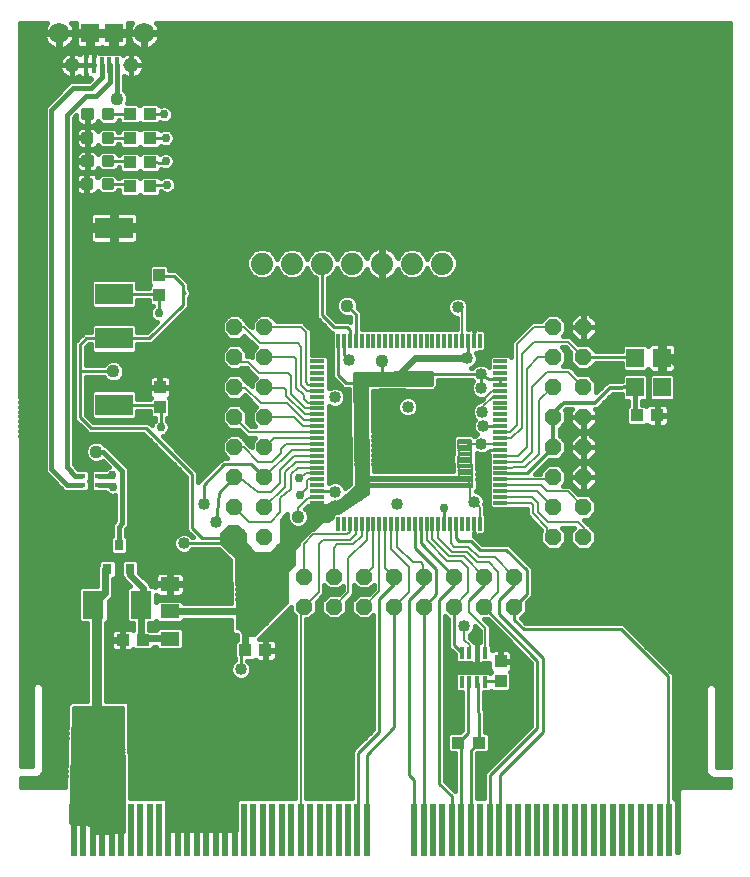
<source format=gtl>
G75*
%MOIN*%
%OFA0B0*%
%FSLAX25Y25*%
%IPPOS*%
%LPD*%
%AMOC8*
5,1,8,0,0,1.08239X$1,22.5*
%
%ADD10R,0.04331X0.03937*%
%ADD11C,0.01181*%
%ADD12R,0.05906X0.06299*%
%ADD13R,0.03937X0.04331*%
%ADD14R,0.04724X0.01181*%
%ADD15R,0.01181X0.04724*%
%ADD16R,0.12598X0.07087*%
%ADD17R,0.01772X0.03937*%
%ADD18R,0.05906X0.06102*%
%ADD19R,0.01575X0.05315*%
%ADD20C,0.05150*%
%ADD21C,0.06791*%
%ADD22R,0.02756X0.01772*%
%ADD23R,0.03100X0.03500*%
%ADD24R,0.07087X0.09449*%
%ADD25R,0.06299X0.04724*%
%ADD26R,0.06299X0.12992*%
%ADD27OC8,0.05600*%
%ADD28R,0.02264X0.17717*%
%ADD29C,0.07400*%
%ADD30C,0.04000*%
%ADD31C,0.00800*%
%ADD32C,0.01000*%
%ADD33C,0.01200*%
%ADD34C,0.01600*%
%ADD35C,0.04362*%
%ADD36C,0.02400*%
%ADD37C,0.03000*%
%ADD38C,0.03200*%
D10*
X0038672Y0077640D03*
X0045365Y0077640D03*
X0079546Y0074216D03*
X0086239Y0074216D03*
X0150565Y0043421D03*
X0157258Y0043421D03*
X0210116Y0152542D03*
X0216809Y0152542D03*
X0047673Y0228812D03*
X0040980Y0228812D03*
X0041064Y0236865D03*
X0047757Y0236865D03*
X0047750Y0244903D03*
X0041057Y0244903D03*
X0041026Y0252995D03*
X0047719Y0252995D03*
D11*
X0035182Y0254230D02*
X0035182Y0251474D01*
X0032426Y0251474D01*
X0032426Y0254230D01*
X0035182Y0254230D01*
X0035182Y0252654D02*
X0032426Y0252654D01*
X0032426Y0253834D02*
X0035182Y0253834D01*
X0035112Y0246362D02*
X0035112Y0243606D01*
X0032356Y0243606D01*
X0032356Y0246362D01*
X0035112Y0246362D01*
X0035112Y0244786D02*
X0032356Y0244786D01*
X0032356Y0245966D02*
X0035112Y0245966D01*
X0035185Y0238658D02*
X0035185Y0235902D01*
X0032429Y0235902D01*
X0032429Y0238658D01*
X0035185Y0238658D01*
X0035185Y0237082D02*
X0032429Y0237082D01*
X0032429Y0238262D02*
X0035185Y0238262D01*
X0035012Y0231010D02*
X0035012Y0228254D01*
X0032256Y0228254D01*
X0032256Y0231010D01*
X0035012Y0231010D01*
X0035012Y0229434D02*
X0032256Y0229434D01*
X0032256Y0230614D02*
X0035012Y0230614D01*
X0028106Y0231010D02*
X0028106Y0228254D01*
X0025350Y0228254D01*
X0025350Y0231010D01*
X0028106Y0231010D01*
X0028106Y0229434D02*
X0025350Y0229434D01*
X0025350Y0230614D02*
X0028106Y0230614D01*
X0028279Y0235902D02*
X0028279Y0238658D01*
X0028279Y0235902D02*
X0025523Y0235902D01*
X0025523Y0238658D01*
X0028279Y0238658D01*
X0028279Y0237082D02*
X0025523Y0237082D01*
X0025523Y0238262D02*
X0028279Y0238262D01*
X0028206Y0243606D02*
X0028206Y0246362D01*
X0028206Y0243606D02*
X0025450Y0243606D01*
X0025450Y0246362D01*
X0028206Y0246362D01*
X0028206Y0244786D02*
X0025450Y0244786D01*
X0025450Y0245966D02*
X0028206Y0245966D01*
X0028277Y0251474D02*
X0028277Y0254230D01*
X0028277Y0251474D02*
X0025521Y0251474D01*
X0025521Y0254230D01*
X0028277Y0254230D01*
X0028277Y0252654D02*
X0025521Y0252654D01*
X0025521Y0253834D02*
X0028277Y0253834D01*
D12*
X0209376Y0171733D03*
X0218431Y0171733D03*
X0218431Y0161891D03*
X0209376Y0161891D03*
D13*
X0164629Y0070522D03*
X0164629Y0063829D03*
X0051062Y0155227D03*
X0051062Y0161920D03*
X0050747Y0192536D03*
X0050747Y0199229D03*
D14*
X0103531Y0170558D03*
X0103531Y0168590D03*
X0103531Y0166621D03*
X0103531Y0164653D03*
X0103531Y0162684D03*
X0103531Y0160716D03*
X0103531Y0158747D03*
X0103531Y0156779D03*
X0103531Y0154810D03*
X0103531Y0152842D03*
X0103531Y0150873D03*
X0103531Y0148905D03*
X0103531Y0146936D03*
X0103531Y0144968D03*
X0103531Y0142999D03*
X0103531Y0141031D03*
X0103531Y0139062D03*
X0103531Y0137094D03*
X0103531Y0135125D03*
X0103531Y0133157D03*
X0103531Y0131188D03*
X0103531Y0129220D03*
X0103531Y0127251D03*
X0103531Y0125283D03*
X0103531Y0123314D03*
X0164555Y0123314D03*
X0164555Y0125283D03*
X0164555Y0127251D03*
X0164555Y0129220D03*
X0164555Y0131188D03*
X0164555Y0133157D03*
X0164555Y0135125D03*
X0164555Y0137094D03*
X0164555Y0139062D03*
X0164555Y0141031D03*
X0164555Y0142999D03*
X0164555Y0144968D03*
X0164555Y0146936D03*
X0164555Y0148905D03*
X0164555Y0150873D03*
X0164555Y0152842D03*
X0164555Y0154810D03*
X0164555Y0156779D03*
X0164555Y0158747D03*
X0164555Y0160716D03*
X0164555Y0162684D03*
X0164555Y0164653D03*
X0164555Y0166621D03*
X0164555Y0168590D03*
X0164555Y0170558D03*
D15*
X0157665Y0177448D03*
X0155696Y0177448D03*
X0153728Y0177448D03*
X0151759Y0177448D03*
X0149791Y0177448D03*
X0147822Y0177448D03*
X0145854Y0177448D03*
X0143885Y0177448D03*
X0141917Y0177448D03*
X0139948Y0177448D03*
X0137980Y0177448D03*
X0136011Y0177448D03*
X0134043Y0177448D03*
X0132074Y0177448D03*
X0130106Y0177448D03*
X0128137Y0177448D03*
X0126169Y0177448D03*
X0124200Y0177448D03*
X0122232Y0177448D03*
X0120263Y0177448D03*
X0118295Y0177448D03*
X0116326Y0177448D03*
X0114358Y0177448D03*
X0112389Y0177448D03*
X0110421Y0177448D03*
X0110421Y0116424D03*
X0112389Y0116424D03*
X0114358Y0116424D03*
X0116326Y0116424D03*
X0118295Y0116424D03*
X0120263Y0116424D03*
X0122232Y0116424D03*
X0124200Y0116424D03*
X0126169Y0116424D03*
X0128137Y0116424D03*
X0130106Y0116424D03*
X0132074Y0116424D03*
X0134043Y0116424D03*
X0136011Y0116424D03*
X0137980Y0116424D03*
X0139948Y0116424D03*
X0141917Y0116424D03*
X0143885Y0116424D03*
X0145854Y0116424D03*
X0147822Y0116424D03*
X0149791Y0116424D03*
X0151759Y0116424D03*
X0153728Y0116424D03*
X0155696Y0116424D03*
X0157665Y0116424D03*
D16*
X0035787Y0156099D03*
X0035787Y0178146D03*
X0035787Y0193039D03*
X0035787Y0215087D03*
D17*
X0151666Y0073268D03*
X0154225Y0073268D03*
X0156784Y0073268D03*
X0159343Y0073268D03*
X0159343Y0063622D03*
X0156784Y0063622D03*
X0154225Y0063622D03*
X0151666Y0063622D03*
D18*
X0035594Y0279820D03*
X0027720Y0279820D03*
D19*
X0026539Y0269190D03*
X0029098Y0269190D03*
X0031657Y0269190D03*
X0034216Y0269190D03*
X0036775Y0269190D03*
D20*
X0041499Y0269190D03*
X0021814Y0269190D03*
D21*
X0017493Y0279820D03*
X0045820Y0279820D03*
D22*
X0030860Y0132344D03*
X0030860Y0129195D03*
X0024758Y0129195D03*
X0024758Y0132344D03*
D23*
X0037383Y0109244D03*
X0041183Y0101244D03*
X0033583Y0101244D03*
D24*
X0028911Y0089407D03*
X0044856Y0089407D03*
D25*
X0054329Y0087153D03*
X0054329Y0078098D03*
X0054329Y0096208D03*
D26*
X0079526Y0087153D03*
D27*
X0099043Y0088786D03*
X0109043Y0088786D03*
X0119043Y0088786D03*
X0129043Y0088786D03*
X0139043Y0088786D03*
X0149043Y0088786D03*
X0159043Y0088786D03*
X0169043Y0088786D03*
X0169043Y0098786D03*
X0159043Y0098786D03*
X0149043Y0098786D03*
X0139043Y0098786D03*
X0129043Y0098786D03*
X0119043Y0098786D03*
X0109043Y0098786D03*
X0099043Y0098786D03*
X0085893Y0111936D03*
X0085893Y0121936D03*
X0075893Y0121936D03*
X0075893Y0111936D03*
X0075893Y0131936D03*
X0075893Y0141936D03*
X0075893Y0151936D03*
X0075893Y0161936D03*
X0075893Y0171936D03*
X0075893Y0181936D03*
X0085893Y0181936D03*
X0085893Y0171936D03*
X0085893Y0161936D03*
X0085893Y0151936D03*
X0085893Y0141936D03*
X0085893Y0131936D03*
X0182192Y0131936D03*
X0182192Y0141936D03*
X0182192Y0151936D03*
X0182192Y0161936D03*
X0182192Y0171936D03*
X0182192Y0181936D03*
X0192192Y0181936D03*
X0192192Y0171936D03*
X0192192Y0161936D03*
X0192192Y0151936D03*
X0192192Y0141936D03*
X0192192Y0131936D03*
X0192192Y0121936D03*
X0192192Y0111936D03*
X0182192Y0111936D03*
X0182192Y0121936D03*
D28*
X0183038Y0014449D03*
X0179888Y0014449D03*
X0176739Y0014449D03*
X0173589Y0014449D03*
X0170440Y0014449D03*
X0167290Y0014449D03*
X0164140Y0014449D03*
X0160991Y0014449D03*
X0157841Y0014449D03*
X0154692Y0014449D03*
X0151542Y0014449D03*
X0148392Y0014449D03*
X0145243Y0014449D03*
X0142093Y0014449D03*
X0138944Y0014449D03*
X0135794Y0014449D03*
X0120046Y0014449D03*
X0116896Y0014449D03*
X0113747Y0014449D03*
X0110597Y0014449D03*
X0107447Y0014449D03*
X0104298Y0014449D03*
X0101148Y0014449D03*
X0097999Y0014449D03*
X0094849Y0014449D03*
X0091699Y0014449D03*
X0088550Y0014449D03*
X0085400Y0014449D03*
X0082251Y0014449D03*
X0079101Y0014449D03*
X0075951Y0014449D03*
X0072802Y0014449D03*
X0069652Y0014449D03*
X0066503Y0014449D03*
X0063353Y0014449D03*
X0060203Y0014449D03*
X0057054Y0014449D03*
X0053904Y0014449D03*
X0050755Y0014449D03*
X0047605Y0014449D03*
X0044455Y0014449D03*
X0041306Y0014449D03*
X0038156Y0014449D03*
X0035007Y0014449D03*
X0031857Y0014449D03*
X0028707Y0014449D03*
X0025558Y0014449D03*
X0022408Y0014449D03*
X0186188Y0014449D03*
X0189337Y0014449D03*
X0192487Y0014449D03*
X0195636Y0014449D03*
X0198786Y0014449D03*
X0201936Y0014449D03*
X0205085Y0014449D03*
X0208235Y0014449D03*
X0211384Y0014449D03*
X0214534Y0014449D03*
X0217684Y0014449D03*
X0220833Y0014449D03*
D29*
X0145100Y0203118D03*
X0135100Y0203118D03*
X0125100Y0203118D03*
X0115100Y0203118D03*
X0105100Y0203118D03*
X0095100Y0203118D03*
X0085100Y0203118D03*
D30*
X0114254Y0170956D03*
X0109395Y0158545D03*
X0133675Y0155310D03*
X0153185Y0157689D03*
X0158152Y0161515D03*
X0158180Y0166219D03*
X0153516Y0171478D03*
X0155682Y0188439D03*
X0150335Y0188545D03*
X0158479Y0153699D03*
X0158857Y0148891D03*
X0158241Y0143009D03*
X0155772Y0123775D03*
X0166711Y0116665D03*
X0152570Y0082412D03*
X0156330Y0079078D03*
X0171626Y0069127D03*
X0130185Y0123074D03*
X0109288Y0122333D03*
X0109476Y0127041D03*
X0069732Y0116844D03*
X0065679Y0123118D03*
X0058968Y0109814D03*
X0077991Y0067861D03*
X0110338Y0071563D03*
X0060537Y0154884D03*
D31*
X0075893Y0151936D02*
X0080893Y0146936D01*
X0103531Y0146936D01*
X0103531Y0144968D02*
X0088925Y0144968D01*
X0085893Y0141936D01*
X0083775Y0137097D02*
X0079019Y0141853D01*
X0075976Y0141853D01*
X0075893Y0141936D01*
X0075893Y0131936D02*
X0077581Y0132008D01*
X0081227Y0129082D01*
X0083905Y0126952D01*
X0088035Y0126952D01*
X0090980Y0129897D01*
X0091039Y0129897D01*
X0091102Y0129960D01*
X0091102Y0134279D01*
X0095885Y0139062D01*
X0103531Y0139062D01*
X0103531Y0137094D02*
X0096263Y0137094D01*
X0092747Y0133578D01*
X0092747Y0128790D01*
X0085893Y0121936D01*
X0088055Y0117038D02*
X0080791Y0117038D01*
X0075893Y0121936D01*
X0085893Y0131936D02*
X0094988Y0141031D01*
X0103531Y0141031D01*
X0103531Y0142999D02*
X0093121Y0142999D01*
X0091413Y0141290D01*
X0091413Y0140101D01*
X0088409Y0137097D01*
X0083775Y0137097D01*
X0094729Y0132901D02*
X0094729Y0127809D01*
X0091236Y0124865D01*
X0091236Y0120220D01*
X0088055Y0117038D01*
X0097099Y0118708D02*
X0097099Y0121652D01*
X0100529Y0125082D01*
X0103330Y0125082D01*
X0103531Y0125283D01*
X0099935Y0128204D02*
X0099935Y0130704D01*
X0100580Y0131188D01*
X0103531Y0131188D01*
X0103531Y0133157D02*
X0100238Y0133157D01*
X0097428Y0131705D01*
X0094729Y0132901D02*
X0096954Y0135125D01*
X0103531Y0135125D01*
X0099935Y0128204D02*
X0097697Y0126047D01*
X0102243Y0112798D02*
X0098988Y0109542D01*
X0098988Y0098842D01*
X0099043Y0098786D01*
X0103936Y0093680D02*
X0099043Y0088786D01*
X0097999Y0087742D01*
X0097999Y0014449D01*
X0154225Y0073268D02*
X0154295Y0073338D01*
X0154295Y0075820D01*
X0152555Y0077560D01*
X0152570Y0082412D01*
X0154173Y0086853D02*
X0159564Y0081462D01*
X0159564Y0073489D01*
X0159343Y0073268D01*
X0156784Y0073268D02*
X0156330Y0073723D01*
X0156330Y0079078D01*
X0154173Y0086853D02*
X0154173Y0091043D01*
X0153858Y0093601D02*
X0149043Y0088786D01*
X0153858Y0093601D02*
X0153858Y0101483D01*
X0151334Y0104007D01*
X0146901Y0104007D01*
X0139948Y0110960D01*
X0139948Y0116424D01*
X0141917Y0116424D02*
X0141917Y0111164D01*
X0147555Y0105527D01*
X0152303Y0105527D01*
X0159043Y0098786D01*
X0160680Y0103613D02*
X0156887Y0103613D01*
X0153411Y0107122D01*
X0148294Y0107122D01*
X0143885Y0111499D01*
X0143885Y0116424D01*
X0147822Y0116424D02*
X0147924Y0116322D01*
X0147924Y0109993D01*
X0149133Y0108784D01*
X0153888Y0108784D01*
X0157444Y0105227D01*
X0162602Y0105227D01*
X0169043Y0098786D01*
X0163897Y0100397D02*
X0163897Y0093641D01*
X0159043Y0088786D01*
X0163897Y0100397D02*
X0160680Y0103613D01*
X0157665Y0116424D02*
X0157665Y0121858D01*
X0155772Y0123752D01*
X0155772Y0123775D01*
X0154429Y0125117D01*
X0154406Y0125117D01*
X0154406Y0129791D01*
X0153608Y0130589D01*
X0155037Y0130460D02*
X0119225Y0130460D01*
X0119225Y0129662D02*
X0155056Y0129662D01*
X0155075Y0128863D02*
X0119225Y0128863D01*
X0119320Y0128489D02*
X0119225Y0128442D01*
X0119225Y0132004D01*
X0150667Y0132004D01*
X0150439Y0138830D01*
X0150610Y0138602D01*
X0150534Y0144410D01*
X0154705Y0144258D01*
X0155084Y0128489D01*
X0119320Y0128489D01*
X0119225Y0131259D02*
X0155017Y0131259D01*
X0154998Y0132057D02*
X0150665Y0132057D01*
X0150639Y0132856D02*
X0154979Y0132856D01*
X0154960Y0133654D02*
X0150612Y0133654D01*
X0150585Y0134453D02*
X0154941Y0134453D01*
X0154921Y0135251D02*
X0150559Y0135251D01*
X0150532Y0136050D02*
X0154902Y0136050D01*
X0154883Y0136848D02*
X0150505Y0136848D01*
X0150479Y0137647D02*
X0154864Y0137647D01*
X0154844Y0138445D02*
X0150452Y0138445D01*
X0150602Y0139244D02*
X0154825Y0139244D01*
X0154806Y0140042D02*
X0150591Y0140042D01*
X0150581Y0140841D02*
X0154787Y0140841D01*
X0154768Y0141639D02*
X0150571Y0141639D01*
X0150560Y0142438D02*
X0154748Y0142438D01*
X0154729Y0143236D02*
X0150550Y0143236D01*
X0150539Y0144035D02*
X0154710Y0144035D01*
X0153872Y0143028D02*
X0158222Y0143028D01*
X0158241Y0143009D01*
X0164506Y0143009D01*
X0164525Y0143028D01*
X0164555Y0142999D01*
X0164555Y0144968D02*
X0168141Y0144968D01*
X0171617Y0148443D01*
X0171617Y0173039D01*
X0175620Y0177042D01*
X0187086Y0177042D01*
X0192192Y0171936D01*
X0187072Y0167056D02*
X0179924Y0167056D01*
X0174984Y0162117D01*
X0174984Y0140296D01*
X0171810Y0137094D01*
X0164555Y0137094D01*
X0164555Y0139062D02*
X0170472Y0139062D01*
X0173345Y0141935D01*
X0173345Y0168061D01*
X0177220Y0171936D01*
X0182192Y0171936D01*
X0187072Y0167056D02*
X0192192Y0161936D01*
X0182192Y0161936D02*
X0177533Y0157508D01*
X0177302Y0139638D01*
X0172921Y0135257D01*
X0164555Y0135125D01*
X0164555Y0131188D02*
X0173027Y0131188D01*
X0181037Y0131183D01*
X0182106Y0132023D01*
X0182192Y0131936D01*
X0178106Y0129220D02*
X0180121Y0127204D01*
X0186925Y0127204D01*
X0192192Y0121936D01*
X0190511Y0116897D02*
X0192314Y0115094D01*
X0192314Y0112058D01*
X0192192Y0111936D01*
X0190511Y0116897D02*
X0180503Y0116897D01*
X0177074Y0120326D01*
X0177074Y0123212D01*
X0175003Y0125283D01*
X0164555Y0125283D01*
X0164555Y0127251D02*
X0176877Y0127251D01*
X0182192Y0121936D01*
X0175362Y0119873D02*
X0180141Y0115094D01*
X0180141Y0113987D01*
X0182192Y0111936D01*
X0175362Y0119873D02*
X0175362Y0122578D01*
X0174625Y0123314D01*
X0164555Y0123314D01*
X0164555Y0129220D02*
X0178106Y0129220D01*
X0167744Y0146946D02*
X0164565Y0146946D01*
X0164555Y0146936D01*
X0167744Y0146946D02*
X0169966Y0149169D01*
X0169966Y0176128D01*
X0175775Y0181936D01*
X0182192Y0181936D01*
X0181940Y0182188D01*
X0182078Y0182050D02*
X0182192Y0181936D01*
X0164555Y0160716D02*
X0161858Y0160743D01*
X0159089Y0157974D01*
X0153442Y0157947D01*
X0153185Y0157689D01*
X0158763Y0155493D02*
X0158610Y0154532D01*
X0158479Y0153699D01*
X0158763Y0155493D02*
X0162024Y0158753D01*
X0164555Y0158747D01*
X0151907Y0177596D02*
X0151907Y0186972D01*
X0150335Y0188545D01*
X0103531Y0162684D02*
X0100515Y0162684D01*
X0099740Y0163460D01*
X0099740Y0180180D01*
X0097988Y0181932D01*
X0085897Y0181932D01*
X0085893Y0181936D01*
X0084405Y0176546D02*
X0078956Y0181995D01*
X0075952Y0181995D01*
X0075893Y0181936D01*
X0075893Y0171936D02*
X0077547Y0170283D01*
X0080523Y0170283D01*
X0084090Y0166716D01*
X0093858Y0166716D01*
X0094830Y0165744D01*
X0094670Y0159695D01*
X0099555Y0154810D01*
X0103531Y0154810D01*
X0103531Y0152842D02*
X0099334Y0152842D01*
X0093129Y0159046D01*
X0093129Y0160830D01*
X0092259Y0161700D01*
X0086129Y0161700D01*
X0085893Y0161936D01*
X0084696Y0156483D02*
X0079480Y0161700D01*
X0076129Y0161700D01*
X0075893Y0161936D01*
X0084696Y0156483D02*
X0093389Y0156483D01*
X0098999Y0150873D01*
X0103531Y0150873D01*
X0103531Y0148905D02*
X0098763Y0148905D01*
X0095826Y0151842D01*
X0085988Y0151842D01*
X0085893Y0151936D01*
X0096547Y0161782D02*
X0099172Y0159157D01*
X0099172Y0157991D01*
X0100384Y0156779D01*
X0103531Y0156779D01*
X0103531Y0160716D02*
X0100169Y0160716D01*
X0098138Y0162609D01*
X0098138Y0175381D01*
X0097110Y0176546D01*
X0084405Y0176546D01*
X0085995Y0172038D02*
X0085893Y0171936D01*
X0085995Y0172038D02*
X0095795Y0172038D01*
X0096547Y0171286D01*
X0096547Y0161782D01*
X0114358Y0116424D02*
X0114358Y0113708D01*
X0113448Y0112798D01*
X0102243Y0112798D01*
X0103936Y0109731D02*
X0103936Y0093680D01*
X0109043Y0088786D02*
X0113905Y0093649D01*
X0113905Y0104794D01*
X0120205Y0111094D01*
X0120205Y0113854D01*
X0120263Y0113912D01*
X0120263Y0116424D01*
X0118295Y0116424D02*
X0118295Y0114137D01*
X0118296Y0114135D01*
X0118296Y0113365D01*
X0118299Y0113362D01*
X0118299Y0112274D01*
X0115504Y0109479D01*
X0110192Y0109479D01*
X0109066Y0108353D01*
X0109066Y0098810D01*
X0109043Y0098786D01*
X0103936Y0109731D02*
X0105314Y0111109D01*
X0114386Y0111109D01*
X0116348Y0113071D01*
X0116348Y0113777D01*
X0116326Y0113798D01*
X0116326Y0116424D01*
X0122232Y0116424D02*
X0122232Y0101975D01*
X0119043Y0098786D01*
X0118988Y0098842D01*
X0124200Y0093944D02*
X0119043Y0088786D01*
X0124200Y0093944D02*
X0124200Y0116424D01*
X0126169Y0116424D02*
X0126169Y0101660D01*
X0129043Y0098786D01*
X0134035Y0102094D02*
X0134035Y0093779D01*
X0129043Y0088786D01*
X0139043Y0098786D02*
X0138803Y0099027D01*
X0138803Y0102783D01*
X0138055Y0103531D01*
X0135299Y0103531D01*
X0130106Y0108723D01*
X0130106Y0116424D01*
X0128137Y0116424D02*
X0128137Y0107991D01*
X0134035Y0102094D01*
D32*
X0022215Y0055249D02*
X0021169Y0016478D01*
X0028776Y0016051D01*
X0028877Y0013439D01*
X0029011Y0013213D01*
X0038974Y0013522D01*
X0038974Y0023478D01*
X0038881Y0055439D01*
X0022215Y0055249D01*
X0022215Y0055224D02*
X0038882Y0055224D01*
X0038885Y0054226D02*
X0022188Y0054226D01*
X0022161Y0053227D02*
X0038887Y0053227D01*
X0038890Y0052228D02*
X0022134Y0052228D01*
X0022107Y0051230D02*
X0038893Y0051230D01*
X0038896Y0050231D02*
X0022080Y0050231D01*
X0022053Y0049233D02*
X0038899Y0049233D01*
X0038902Y0048234D02*
X0022026Y0048234D01*
X0021999Y0047236D02*
X0038905Y0047236D01*
X0038908Y0046237D02*
X0021972Y0046237D01*
X0021945Y0045239D02*
X0038911Y0045239D01*
X0038914Y0044240D02*
X0021918Y0044240D01*
X0021891Y0043242D02*
X0038916Y0043242D01*
X0038919Y0042243D02*
X0021864Y0042243D01*
X0021837Y0041245D02*
X0038922Y0041245D01*
X0038925Y0040246D02*
X0021810Y0040246D01*
X0021783Y0039248D02*
X0038928Y0039248D01*
X0038931Y0038249D02*
X0021756Y0038249D01*
X0021729Y0037251D02*
X0038934Y0037251D01*
X0038937Y0036252D02*
X0021702Y0036252D01*
X0021676Y0035254D02*
X0038940Y0035254D01*
X0038943Y0034255D02*
X0021649Y0034255D01*
X0021622Y0033257D02*
X0038945Y0033257D01*
X0038948Y0032258D02*
X0021595Y0032258D01*
X0021568Y0031260D02*
X0038951Y0031260D01*
X0038954Y0030261D02*
X0021541Y0030261D01*
X0021514Y0029263D02*
X0038957Y0029263D01*
X0038960Y0028264D02*
X0021487Y0028264D01*
X0021460Y0027266D02*
X0038963Y0027266D01*
X0038966Y0026267D02*
X0021433Y0026267D01*
X0021406Y0025269D02*
X0038969Y0025269D01*
X0038972Y0024270D02*
X0021379Y0024270D01*
X0021352Y0023272D02*
X0038974Y0023272D01*
X0038974Y0022273D02*
X0021325Y0022273D01*
X0021298Y0021275D02*
X0038974Y0021275D01*
X0038974Y0020276D02*
X0021271Y0020276D01*
X0021244Y0019278D02*
X0038974Y0019278D01*
X0038974Y0018279D02*
X0021217Y0018279D01*
X0021190Y0017281D02*
X0038974Y0017281D01*
X0038974Y0016282D02*
X0024662Y0016282D01*
X0028806Y0015284D02*
X0038974Y0015284D01*
X0038974Y0014285D02*
X0028845Y0014285D01*
X0028967Y0013287D02*
X0031378Y0013287D01*
X0053086Y0014236D02*
X0053086Y0023804D01*
X0052661Y0024230D01*
X0052661Y0038761D01*
X0077761Y0038574D01*
X0077761Y0024507D01*
X0077472Y0024507D01*
X0076769Y0023804D01*
X0076769Y0013941D01*
X0054097Y0014420D01*
X0053086Y0014236D01*
X0053086Y0014285D02*
X0053358Y0014285D01*
X0053086Y0015284D02*
X0076769Y0015284D01*
X0076769Y0016282D02*
X0053086Y0016282D01*
X0053086Y0017281D02*
X0076769Y0017281D01*
X0076769Y0018279D02*
X0053086Y0018279D01*
X0053086Y0019278D02*
X0076769Y0019278D01*
X0076769Y0020276D02*
X0053086Y0020276D01*
X0053086Y0021275D02*
X0076769Y0021275D01*
X0076769Y0022273D02*
X0053086Y0022273D01*
X0053086Y0023272D02*
X0076769Y0023272D01*
X0077235Y0024270D02*
X0052661Y0024270D01*
X0052661Y0025269D02*
X0077761Y0025269D01*
X0077761Y0026267D02*
X0052661Y0026267D01*
X0052661Y0027266D02*
X0077761Y0027266D01*
X0077761Y0028264D02*
X0052661Y0028264D01*
X0052661Y0029263D02*
X0077761Y0029263D01*
X0077761Y0030261D02*
X0052661Y0030261D01*
X0052661Y0031260D02*
X0077761Y0031260D01*
X0077761Y0032258D02*
X0052661Y0032258D01*
X0052661Y0033257D02*
X0077761Y0033257D01*
X0077761Y0034255D02*
X0052661Y0034255D01*
X0052661Y0035254D02*
X0077761Y0035254D01*
X0077761Y0036252D02*
X0052661Y0036252D01*
X0052661Y0037251D02*
X0077761Y0037251D01*
X0077761Y0038249D02*
X0052661Y0038249D01*
X0056482Y0014976D02*
X0056482Y0014423D01*
X0056828Y0014078D01*
X0056796Y0014433D02*
X0057096Y0014433D01*
X0057163Y0014500D01*
X0056863Y0014500D01*
X0056696Y0014666D01*
X0056812Y0014449D02*
X0056796Y0014433D01*
X0057173Y0014285D02*
X0056482Y0014976D01*
X0057272Y0014515D02*
X0057571Y0014515D01*
X0060137Y0014515D01*
X0060137Y0014394D01*
X0057272Y0014515D01*
X0057173Y0014285D02*
X0060074Y0014285D01*
X0060973Y0015183D01*
X0060269Y0014515D02*
X0063287Y0014515D01*
X0063287Y0014383D01*
X0062835Y0014383D01*
X0060394Y0014383D01*
X0060269Y0014388D01*
X0060269Y0014515D01*
X0060466Y0014285D02*
X0076769Y0014285D01*
X0066410Y0014515D02*
X0066278Y0014383D01*
X0063419Y0014383D01*
X0063419Y0014515D01*
X0065985Y0014515D01*
X0066410Y0014515D01*
X0063969Y0014449D02*
X0063528Y0014009D01*
X0063183Y0014009D01*
X0062976Y0014216D01*
X0063107Y0014216D01*
X0063291Y0014400D01*
X0058340Y0014477D02*
X0058312Y0014449D01*
X0077991Y0067861D02*
X0077991Y0072661D01*
X0079546Y0074216D01*
X0054329Y0078098D02*
X0053871Y0077640D01*
X0033583Y0101244D02*
X0032702Y0101244D01*
X0032688Y0101230D01*
X0028898Y0089421D02*
X0028911Y0089407D01*
X0058968Y0109814D02*
X0073771Y0109814D01*
X0075893Y0111936D01*
X0075567Y0111610D01*
X0065010Y0111610D01*
X0061759Y0114860D01*
X0061759Y0132941D01*
X0046394Y0148306D01*
X0027987Y0148306D01*
X0024375Y0151918D01*
X0024375Y0167485D01*
X0024677Y0167183D01*
X0035524Y0167183D01*
X0035787Y0178146D02*
X0026556Y0178146D01*
X0024375Y0175964D01*
X0024375Y0167485D01*
X0035787Y0178146D02*
X0047557Y0178146D01*
X0058753Y0189342D01*
X0058753Y0193973D01*
X0059501Y0193225D01*
X0058753Y0193973D02*
X0058753Y0195930D01*
X0055723Y0198961D01*
X0051016Y0198961D01*
X0050747Y0199229D01*
X0050747Y0193039D02*
X0050747Y0192536D01*
X0050718Y0192507D01*
X0050718Y0186569D01*
X0050747Y0193039D02*
X0035787Y0193039D01*
X0040980Y0228812D02*
X0040972Y0229632D01*
X0033634Y0229632D01*
X0033807Y0237280D02*
X0041062Y0237280D01*
X0041064Y0236865D01*
X0047757Y0236865D02*
X0052931Y0236783D01*
X0052975Y0237322D01*
X0053006Y0244963D02*
X0052929Y0245040D01*
X0047750Y0244903D01*
X0041057Y0244903D02*
X0041029Y0244984D01*
X0033734Y0244984D01*
X0033804Y0252852D02*
X0040993Y0252852D01*
X0041026Y0252995D01*
X0047719Y0252995D02*
X0052425Y0252857D01*
X0052458Y0252823D01*
X0053418Y0229389D02*
X0047923Y0229389D01*
X0047673Y0228812D01*
X0105059Y0203077D02*
X0105059Y0185934D01*
X0109045Y0181948D01*
X0113287Y0181948D01*
X0114335Y0180899D01*
X0114335Y0177470D01*
X0114358Y0177448D01*
X0116326Y0177448D02*
X0116326Y0186148D01*
X0113405Y0189069D01*
X0112389Y0177448D02*
X0112389Y0172821D01*
X0114254Y0170956D01*
X0110340Y0172880D02*
X0110340Y0166007D01*
X0113014Y0163332D01*
X0117003Y0163332D01*
X0117171Y0163500D01*
X0124984Y0165814D02*
X0129279Y0165814D01*
X0129780Y0165313D01*
X0125158Y0165988D02*
X0125158Y0170786D01*
X0125158Y0165988D02*
X0124984Y0165814D01*
X0136147Y0166219D02*
X0158180Y0166219D01*
X0158175Y0161951D01*
X0158152Y0161515D01*
X0160780Y0164653D02*
X0158576Y0166098D01*
X0158411Y0166049D01*
X0158180Y0166219D01*
X0160780Y0164653D02*
X0164555Y0164653D01*
X0164555Y0162684D01*
X0164555Y0148905D02*
X0158870Y0148905D01*
X0158857Y0148891D01*
X0161006Y0141031D02*
X0159587Y0139611D01*
X0159412Y0123667D01*
X0165615Y0117463D01*
X0166577Y0107608D02*
X0157724Y0107608D01*
X0154680Y0110652D01*
X0150641Y0110652D01*
X0149791Y0111502D01*
X0149791Y0116424D01*
X0145854Y0116424D02*
X0145830Y0116424D01*
X0145830Y0121738D01*
X0137980Y0116424D02*
X0137980Y0109849D01*
X0149043Y0098786D01*
X0149043Y0095853D01*
X0144145Y0090956D01*
X0144145Y0029789D01*
X0148296Y0025639D01*
X0148296Y0014546D01*
X0148392Y0014449D01*
X0151542Y0014449D02*
X0151542Y0042444D01*
X0150565Y0043421D01*
X0153874Y0046730D01*
X0153874Y0063271D01*
X0154225Y0063622D01*
X0156784Y0063622D02*
X0156982Y0063425D01*
X0156982Y0053639D01*
X0157258Y0053363D01*
X0157258Y0043421D01*
X0154692Y0040855D01*
X0154692Y0014449D01*
X0160991Y0014449D02*
X0161118Y0014576D01*
X0161118Y0032461D01*
X0176827Y0048170D01*
X0176827Y0070743D01*
X0159043Y0088527D01*
X0159043Y0088786D01*
X0154173Y0091043D02*
X0159043Y0095912D01*
X0159043Y0098786D01*
X0164067Y0090996D02*
X0164067Y0086184D01*
X0178631Y0071619D01*
X0178631Y0046995D01*
X0164283Y0032647D01*
X0164283Y0014592D01*
X0164140Y0014449D01*
X0139043Y0014548D02*
X0138944Y0014449D01*
X0139043Y0014548D02*
X0139043Y0088786D01*
X0143115Y0092858D01*
X0143115Y0101134D01*
X0136011Y0108237D01*
X0136011Y0116424D01*
X0139043Y0098786D02*
X0139043Y0095915D01*
X0134029Y0090901D01*
X0134029Y0032716D01*
X0135669Y0031076D01*
X0135669Y0014574D01*
X0135794Y0014449D01*
X0120046Y0014449D02*
X0119933Y0014562D01*
X0119933Y0039439D01*
X0129043Y0048548D01*
X0129043Y0088786D01*
X0124227Y0091312D02*
X0124227Y0047068D01*
X0117059Y0039900D01*
X0117059Y0014611D01*
X0116896Y0014449D01*
X0159343Y0063622D02*
X0159611Y0063890D01*
X0164629Y0063829D01*
X0159343Y0073268D02*
X0159252Y0073360D01*
X0151666Y0073268D02*
X0149043Y0075892D01*
X0149043Y0088786D01*
X0164067Y0090996D02*
X0169043Y0095972D01*
X0169043Y0098786D01*
X0173273Y0100912D02*
X0173273Y0093017D01*
X0169043Y0088786D01*
X0169043Y0084396D01*
X0172298Y0081141D01*
X0204715Y0081141D01*
X0220273Y0065583D01*
X0220273Y0015009D01*
X0220833Y0014449D01*
X0173273Y0100912D02*
X0166577Y0107608D01*
X0157676Y0110638D02*
X0155827Y0112487D01*
X0155827Y0112567D01*
X0155696Y0112698D01*
X0155696Y0116424D01*
X0164555Y0133157D02*
X0173413Y0133157D01*
X0182192Y0141936D01*
X0192192Y0151936D02*
X0197830Y0151936D01*
X0202283Y0147483D01*
X0215739Y0147554D01*
X0217085Y0148900D01*
X0217085Y0152266D01*
X0216809Y0152542D01*
X0209376Y0171733D02*
X0209102Y0172007D01*
X0192192Y0171936D01*
X0164555Y0141031D02*
X0161006Y0141031D01*
X0153185Y0157689D02*
X0153242Y0157746D01*
X0153516Y0171478D02*
X0153728Y0171572D01*
X0153728Y0177448D01*
X0151907Y0177596D02*
X0151759Y0177448D01*
X0155696Y0177448D02*
X0155648Y0185689D01*
X0155682Y0188439D01*
X0143905Y0177468D02*
X0143885Y0177448D01*
X0141917Y0177448D02*
X0141860Y0177505D01*
X0110421Y0177448D02*
X0110340Y0172880D01*
X0105059Y0203077D02*
X0105100Y0203118D01*
X0051062Y0156099D02*
X0051062Y0155227D01*
X0051363Y0154926D01*
X0051363Y0148516D01*
X0051062Y0156099D02*
X0035787Y0156099D01*
X0065645Y0129342D02*
X0065679Y0123118D01*
X0070684Y0126727D02*
X0069732Y0116844D01*
X0070684Y0126727D02*
X0075893Y0131936D01*
X0072574Y0136271D02*
X0081558Y0136271D01*
X0085893Y0131936D01*
X0072574Y0136271D02*
X0065645Y0129342D01*
X0103531Y0127251D02*
X0108312Y0127251D01*
X0109476Y0127041D01*
X0103531Y0123314D02*
X0103442Y0123314D01*
X0103442Y0121091D01*
X0129043Y0098786D02*
X0129043Y0096128D01*
X0124227Y0091312D01*
D33*
X0182192Y0141936D02*
X0182192Y0151936D01*
X0182192Y0153346D01*
X0185633Y0156786D01*
X0196062Y0156786D01*
X0201062Y0161786D01*
X0209342Y0161857D01*
X0209376Y0161891D01*
X0216809Y0152542D02*
X0216892Y0152459D01*
X0219967Y0152459D01*
X0223251Y0155743D01*
X0223251Y0169054D01*
X0220571Y0171733D01*
X0218431Y0171733D01*
D34*
X0219107Y0171351D02*
X0240989Y0171351D01*
X0240989Y0169753D02*
X0223184Y0169753D01*
X0223184Y0171057D02*
X0219107Y0171057D01*
X0219107Y0172409D01*
X0223184Y0172409D01*
X0223184Y0175120D01*
X0223061Y0175577D01*
X0222824Y0175988D01*
X0222489Y0176323D01*
X0222078Y0176560D01*
X0221621Y0176683D01*
X0219107Y0176683D01*
X0219107Y0172409D01*
X0217754Y0172409D01*
X0217754Y0176683D01*
X0215241Y0176683D01*
X0214783Y0176560D01*
X0214373Y0176323D01*
X0214038Y0175988D01*
X0213801Y0175577D01*
X0213791Y0175541D01*
X0212950Y0176383D01*
X0205802Y0176383D01*
X0204923Y0175504D01*
X0204923Y0173989D01*
X0196256Y0173953D01*
X0193973Y0176236D01*
X0190579Y0176236D01*
X0187873Y0178942D01*
X0185280Y0178942D01*
X0186492Y0180155D01*
X0186492Y0183717D01*
X0183973Y0186236D01*
X0180411Y0186236D01*
X0178011Y0183836D01*
X0174988Y0183836D01*
X0168066Y0176915D01*
X0168066Y0172120D01*
X0167538Y0172649D01*
X0161571Y0172649D01*
X0160692Y0171770D01*
X0160692Y0168657D01*
X0160163Y0169187D01*
X0158876Y0169719D01*
X0157484Y0169719D01*
X0156198Y0169187D01*
X0155230Y0168219D01*
X0154795Y0168219D01*
X0155499Y0168511D01*
X0156483Y0169495D01*
X0157016Y0170782D01*
X0157016Y0172174D01*
X0156553Y0173293D01*
X0156982Y0173408D01*
X0157289Y0173586D01*
X0158877Y0173586D01*
X0159755Y0174464D01*
X0159755Y0180431D01*
X0158877Y0181310D01*
X0157289Y0181310D01*
X0156982Y0181487D01*
X0156524Y0181610D01*
X0155696Y0181610D01*
X0154869Y0181610D01*
X0154411Y0181487D01*
X0154104Y0181310D01*
X0153807Y0181310D01*
X0153807Y0187759D01*
X0153800Y0187766D01*
X0153835Y0187849D01*
X0153835Y0189241D01*
X0153302Y0190527D01*
X0152317Y0191512D01*
X0151031Y0192045D01*
X0149638Y0192045D01*
X0148352Y0191512D01*
X0147367Y0190527D01*
X0146835Y0189241D01*
X0146835Y0187849D01*
X0147367Y0186562D01*
X0148352Y0185578D01*
X0149638Y0185045D01*
X0150007Y0185045D01*
X0150007Y0181310D01*
X0118326Y0181310D01*
X0118326Y0186976D01*
X0117051Y0188251D01*
X0117086Y0188337D01*
X0117086Y0189801D01*
X0116526Y0191154D01*
X0115490Y0192189D01*
X0114138Y0192750D01*
X0112673Y0192750D01*
X0111320Y0192189D01*
X0110285Y0191154D01*
X0109724Y0189801D01*
X0109724Y0188337D01*
X0110285Y0186984D01*
X0111320Y0185948D01*
X0112673Y0185388D01*
X0114138Y0185388D01*
X0114223Y0185423D01*
X0114326Y0185319D01*
X0114326Y0183737D01*
X0114115Y0183948D01*
X0109874Y0183948D01*
X0107059Y0186763D01*
X0107059Y0198301D01*
X0108046Y0198709D01*
X0109508Y0200172D01*
X0110100Y0201601D01*
X0110692Y0200172D01*
X0112154Y0198709D01*
X0114066Y0197918D01*
X0116134Y0197918D01*
X0118046Y0198709D01*
X0119508Y0200172D01*
X0119937Y0201208D01*
X0120003Y0201007D01*
X0120396Y0200235D01*
X0120905Y0199535D01*
X0121517Y0198923D01*
X0122217Y0198414D01*
X0122989Y0198021D01*
X0123812Y0197753D01*
X0124667Y0197618D01*
X0124900Y0197618D01*
X0124900Y0202918D01*
X0125300Y0202918D01*
X0125300Y0197618D01*
X0125533Y0197618D01*
X0126388Y0197753D01*
X0127211Y0198021D01*
X0127983Y0198414D01*
X0128683Y0198923D01*
X0129295Y0199535D01*
X0129804Y0200235D01*
X0130197Y0201007D01*
X0130263Y0201208D01*
X0130692Y0200172D01*
X0132154Y0198709D01*
X0134066Y0197918D01*
X0136134Y0197918D01*
X0138046Y0198709D01*
X0139508Y0200172D01*
X0140100Y0201601D01*
X0140692Y0200172D01*
X0142154Y0198709D01*
X0144066Y0197918D01*
X0146134Y0197918D01*
X0148046Y0198709D01*
X0149508Y0200172D01*
X0150300Y0202083D01*
X0150300Y0204152D01*
X0149508Y0206063D01*
X0148046Y0207526D01*
X0146134Y0208318D01*
X0144066Y0208318D01*
X0142154Y0207526D01*
X0140692Y0206063D01*
X0140100Y0204635D01*
X0139508Y0206063D01*
X0138046Y0207526D01*
X0136134Y0208318D01*
X0134066Y0208318D01*
X0132154Y0207526D01*
X0130692Y0206063D01*
X0130263Y0205027D01*
X0130197Y0205229D01*
X0129804Y0206000D01*
X0129295Y0206701D01*
X0128683Y0207313D01*
X0127983Y0207822D01*
X0127211Y0208215D01*
X0126388Y0208482D01*
X0125533Y0208618D01*
X0125300Y0208618D01*
X0125300Y0203318D01*
X0124900Y0203318D01*
X0124900Y0208618D01*
X0124667Y0208618D01*
X0123812Y0208482D01*
X0122989Y0208215D01*
X0122217Y0207822D01*
X0121517Y0207313D01*
X0120905Y0206701D01*
X0120396Y0206000D01*
X0120003Y0205229D01*
X0119937Y0205027D01*
X0119508Y0206063D01*
X0118046Y0207526D01*
X0116134Y0208318D01*
X0114066Y0208318D01*
X0112154Y0207526D01*
X0110692Y0206063D01*
X0110100Y0204635D01*
X0109508Y0206063D01*
X0108046Y0207526D01*
X0106134Y0208318D01*
X0104066Y0208318D01*
X0102154Y0207526D01*
X0100692Y0206063D01*
X0100100Y0204635D01*
X0099508Y0206063D01*
X0098046Y0207526D01*
X0096134Y0208318D01*
X0094066Y0208318D01*
X0092154Y0207526D01*
X0090692Y0206063D01*
X0090100Y0204635D01*
X0089508Y0206063D01*
X0088046Y0207526D01*
X0086134Y0208318D01*
X0084066Y0208318D01*
X0082154Y0207526D01*
X0080692Y0206063D01*
X0079900Y0204152D01*
X0079900Y0202083D01*
X0080692Y0200172D01*
X0082154Y0198709D01*
X0084066Y0197918D01*
X0086134Y0197918D01*
X0088046Y0198709D01*
X0089508Y0200172D01*
X0090100Y0201601D01*
X0090692Y0200172D01*
X0092154Y0198709D01*
X0094066Y0197918D01*
X0096134Y0197918D01*
X0098046Y0198709D01*
X0099508Y0200172D01*
X0100100Y0201601D01*
X0100692Y0200172D01*
X0102154Y0198709D01*
X0103059Y0198335D01*
X0103059Y0185106D01*
X0107045Y0181119D01*
X0108217Y0179948D01*
X0108330Y0179948D01*
X0108330Y0174464D01*
X0108367Y0174428D01*
X0108354Y0173723D01*
X0108340Y0173708D01*
X0108340Y0172898D01*
X0108325Y0172087D01*
X0108340Y0172072D01*
X0108340Y0165178D01*
X0111014Y0162503D01*
X0112186Y0161332D01*
X0113934Y0161332D01*
X0114370Y0129623D01*
X0112744Y0128296D01*
X0112443Y0129024D01*
X0111458Y0130008D01*
X0110172Y0130541D01*
X0108779Y0130541D01*
X0107493Y0130008D01*
X0107393Y0129909D01*
X0107393Y0155598D01*
X0107413Y0155578D01*
X0108699Y0155045D01*
X0110092Y0155045D01*
X0111378Y0155578D01*
X0112363Y0156563D01*
X0112895Y0157849D01*
X0112895Y0159242D01*
X0112363Y0160528D01*
X0111378Y0161513D01*
X0110092Y0162045D01*
X0108699Y0162045D01*
X0107413Y0161513D01*
X0107393Y0161493D01*
X0107393Y0171770D01*
X0106514Y0172649D01*
X0101640Y0172649D01*
X0101640Y0180967D01*
X0099888Y0182719D01*
X0098775Y0183832D01*
X0090078Y0183832D01*
X0087674Y0186236D01*
X0084112Y0186236D01*
X0081593Y0183717D01*
X0081593Y0182045D01*
X0080856Y0182782D01*
X0080193Y0183445D01*
X0080193Y0183717D01*
X0077674Y0186236D01*
X0074112Y0186236D01*
X0071593Y0183717D01*
X0071593Y0180155D01*
X0074112Y0177636D01*
X0077674Y0177636D01*
X0079151Y0179113D01*
X0083070Y0175194D01*
X0081593Y0173717D01*
X0081593Y0171899D01*
X0081310Y0172183D01*
X0080193Y0172183D01*
X0080193Y0173717D01*
X0077674Y0176236D01*
X0074112Y0176236D01*
X0071593Y0173717D01*
X0071593Y0170155D01*
X0074112Y0167636D01*
X0077674Y0167636D01*
X0078421Y0168383D01*
X0079736Y0168383D01*
X0082997Y0165121D01*
X0081593Y0163717D01*
X0081593Y0162273D01*
X0081380Y0162487D01*
X0080267Y0163600D01*
X0080193Y0163600D01*
X0080193Y0163717D01*
X0077674Y0166236D01*
X0074112Y0166236D01*
X0071593Y0163717D01*
X0071593Y0160155D01*
X0074112Y0157636D01*
X0077674Y0157636D01*
X0079265Y0159227D01*
X0083184Y0155308D01*
X0081593Y0153717D01*
X0081593Y0150155D01*
X0082912Y0148836D01*
X0081680Y0148836D01*
X0080193Y0150323D01*
X0080193Y0153717D01*
X0077674Y0156236D01*
X0074112Y0156236D01*
X0071593Y0153717D01*
X0071593Y0150155D01*
X0074112Y0147636D01*
X0077506Y0147636D01*
X0080106Y0145036D01*
X0082912Y0145036D01*
X0081593Y0143717D01*
X0081593Y0141966D01*
X0080919Y0142640D01*
X0080193Y0143366D01*
X0080193Y0143717D01*
X0077674Y0146236D01*
X0074112Y0146236D01*
X0071593Y0143717D01*
X0071593Y0140155D01*
X0073477Y0138271D01*
X0071746Y0138271D01*
X0070574Y0137099D01*
X0064812Y0131337D01*
X0064806Y0131337D01*
X0064227Y0130752D01*
X0063759Y0130284D01*
X0063759Y0133769D01*
X0062588Y0134941D01*
X0051997Y0145531D01*
X0053062Y0145973D01*
X0053906Y0146817D01*
X0054363Y0147919D01*
X0054363Y0149113D01*
X0053906Y0150215D01*
X0053363Y0150759D01*
X0053363Y0151562D01*
X0053652Y0151562D01*
X0054531Y0152440D01*
X0054531Y0158014D01*
X0054183Y0158361D01*
X0054471Y0158649D01*
X0054708Y0159060D01*
X0054831Y0159518D01*
X0054831Y0161736D01*
X0051247Y0161736D01*
X0051247Y0162104D01*
X0054831Y0162104D01*
X0054831Y0164322D01*
X0054708Y0164780D01*
X0054471Y0165190D01*
X0054136Y0165526D01*
X0053726Y0165763D01*
X0053268Y0165885D01*
X0051247Y0165885D01*
X0051247Y0162104D01*
X0050878Y0162104D01*
X0050878Y0161736D01*
X0047294Y0161736D01*
X0047294Y0159518D01*
X0047417Y0159060D01*
X0047654Y0158649D01*
X0047942Y0158361D01*
X0047679Y0158099D01*
X0043586Y0158099D01*
X0043586Y0160263D01*
X0042707Y0161142D01*
X0028866Y0161142D01*
X0027988Y0160263D01*
X0027988Y0151934D01*
X0028866Y0151055D01*
X0042707Y0151055D01*
X0043586Y0151934D01*
X0043586Y0154099D01*
X0047594Y0154099D01*
X0047594Y0152440D01*
X0048473Y0151562D01*
X0049363Y0151562D01*
X0049363Y0150759D01*
X0048820Y0150215D01*
X0048378Y0149150D01*
X0047222Y0150306D01*
X0028815Y0150306D01*
X0026375Y0152747D01*
X0026375Y0165183D01*
X0032368Y0165183D01*
X0032404Y0165098D01*
X0033439Y0164063D01*
X0034792Y0163502D01*
X0036257Y0163502D01*
X0037609Y0164063D01*
X0038645Y0165098D01*
X0039205Y0166451D01*
X0039205Y0167916D01*
X0038645Y0169268D01*
X0037609Y0170304D01*
X0036257Y0170864D01*
X0034792Y0170864D01*
X0033439Y0170304D01*
X0032404Y0169268D01*
X0032368Y0169183D01*
X0026375Y0169183D01*
X0026375Y0175136D01*
X0027385Y0176146D01*
X0027988Y0176146D01*
X0027988Y0173981D01*
X0028866Y0173103D01*
X0042707Y0173103D01*
X0043586Y0173981D01*
X0043586Y0176146D01*
X0048386Y0176146D01*
X0059582Y0187342D01*
X0060753Y0188514D01*
X0060753Y0191649D01*
X0061501Y0192397D01*
X0061501Y0194054D01*
X0060753Y0194801D01*
X0060753Y0196759D01*
X0057723Y0199789D01*
X0056551Y0200961D01*
X0054216Y0200961D01*
X0054216Y0202016D01*
X0053337Y0202895D01*
X0048158Y0202895D01*
X0047279Y0202016D01*
X0047279Y0196442D01*
X0047839Y0195883D01*
X0047279Y0195323D01*
X0047279Y0195039D01*
X0043586Y0195039D01*
X0043586Y0197204D01*
X0042707Y0198083D01*
X0028866Y0198083D01*
X0027988Y0197204D01*
X0027988Y0188875D01*
X0028866Y0187996D01*
X0042707Y0187996D01*
X0043586Y0188875D01*
X0043586Y0191039D01*
X0047279Y0191039D01*
X0047279Y0189750D01*
X0048158Y0188871D01*
X0048718Y0188871D01*
X0048718Y0188811D01*
X0048174Y0188268D01*
X0047718Y0187166D01*
X0047718Y0185972D01*
X0048174Y0184869D01*
X0049018Y0184026D01*
X0050121Y0183569D01*
X0050152Y0183569D01*
X0046729Y0180146D01*
X0043586Y0180146D01*
X0043586Y0182311D01*
X0042707Y0183189D01*
X0028866Y0183189D01*
X0027988Y0182311D01*
X0027988Y0180146D01*
X0025728Y0180146D01*
X0023546Y0177964D01*
X0022375Y0176793D01*
X0022375Y0151090D01*
X0025987Y0147478D01*
X0027158Y0146306D01*
X0045565Y0146306D01*
X0059759Y0132112D01*
X0059759Y0114032D01*
X0061977Y0111814D01*
X0061918Y0111814D01*
X0060950Y0112781D01*
X0059664Y0113314D01*
X0058272Y0113314D01*
X0056985Y0112781D01*
X0056001Y0111797D01*
X0055468Y0110510D01*
X0055468Y0109118D01*
X0056001Y0107831D01*
X0056985Y0106847D01*
X0058272Y0106314D01*
X0059664Y0106314D01*
X0060950Y0106847D01*
X0061918Y0107814D01*
X0070717Y0107814D01*
X0074346Y0104184D01*
X0074631Y0089853D01*
X0058979Y0089853D01*
X0058979Y0090137D01*
X0058100Y0091016D01*
X0050559Y0091016D01*
X0049899Y0090356D01*
X0049899Y0092581D01*
X0050075Y0092406D01*
X0050485Y0092169D01*
X0050943Y0092046D01*
X0053948Y0092046D01*
X0053948Y0095827D01*
X0049380Y0095827D01*
X0049380Y0095272D01*
X0049021Y0095632D01*
X0048165Y0095632D01*
X0047777Y0096570D01*
X0047017Y0097329D01*
X0044233Y0100114D01*
X0044233Y0103615D01*
X0043354Y0104494D01*
X0039012Y0104494D01*
X0038133Y0103615D01*
X0038133Y0098873D01*
X0038685Y0098321D01*
X0038894Y0097816D01*
X0041078Y0095632D01*
X0040691Y0095632D01*
X0039813Y0094753D01*
X0039813Y0084062D01*
X0040691Y0083183D01*
X0042156Y0083183D01*
X0042156Y0080835D01*
X0041943Y0081049D01*
X0041532Y0081285D01*
X0041074Y0081408D01*
X0038856Y0081408D01*
X0038856Y0077824D01*
X0038488Y0077824D01*
X0038488Y0081408D01*
X0036270Y0081408D01*
X0035812Y0081285D01*
X0035401Y0081049D01*
X0035066Y0080713D01*
X0034829Y0080303D01*
X0034707Y0079845D01*
X0034707Y0077824D01*
X0038488Y0077824D01*
X0038488Y0077455D01*
X0038856Y0077455D01*
X0038856Y0073871D01*
X0041074Y0073871D01*
X0041532Y0073994D01*
X0041943Y0074231D01*
X0042231Y0074519D01*
X0042578Y0074171D01*
X0048152Y0074171D01*
X0049030Y0075050D01*
X0049030Y0075449D01*
X0049680Y0075449D01*
X0049680Y0075115D01*
X0050559Y0074236D01*
X0058100Y0074236D01*
X0058979Y0075115D01*
X0058979Y0081082D01*
X0058100Y0081960D01*
X0050559Y0081960D01*
X0049680Y0081082D01*
X0049680Y0080849D01*
X0048411Y0080849D01*
X0048152Y0081108D01*
X0047556Y0081108D01*
X0047556Y0083183D01*
X0049021Y0083183D01*
X0049844Y0084006D01*
X0050559Y0083291D01*
X0058100Y0083291D01*
X0058979Y0084170D01*
X0058979Y0084453D01*
X0074688Y0084453D01*
X0074688Y0081204D01*
X0074877Y0081015D01*
X0074877Y0080036D01*
X0075755Y0079157D01*
X0076735Y0079157D01*
X0076826Y0079066D01*
X0076826Y0077685D01*
X0076760Y0077685D01*
X0075881Y0076806D01*
X0075881Y0071626D01*
X0075991Y0071516D01*
X0075991Y0070811D01*
X0075024Y0069844D01*
X0074491Y0068557D01*
X0074491Y0067165D01*
X0075024Y0065879D01*
X0076009Y0064894D01*
X0077295Y0064361D01*
X0078688Y0064361D01*
X0079974Y0064894D01*
X0080959Y0065879D01*
X0081491Y0067165D01*
X0081491Y0068557D01*
X0080959Y0069844D01*
X0080055Y0070748D01*
X0082333Y0070748D01*
X0082681Y0071095D01*
X0082969Y0070807D01*
X0083379Y0070570D01*
X0083837Y0070448D01*
X0086055Y0070448D01*
X0086055Y0074032D01*
X0086423Y0074032D01*
X0086423Y0070448D01*
X0088641Y0070448D01*
X0089099Y0070570D01*
X0089510Y0070807D01*
X0089845Y0071142D01*
X0090082Y0071553D01*
X0090204Y0072011D01*
X0090204Y0074032D01*
X0086423Y0074032D01*
X0086423Y0074400D01*
X0090204Y0074400D01*
X0090204Y0076422D01*
X0090082Y0076879D01*
X0089845Y0077290D01*
X0089510Y0077625D01*
X0089099Y0077862D01*
X0088641Y0077985D01*
X0086423Y0077985D01*
X0086423Y0074401D01*
X0086055Y0074401D01*
X0086055Y0077985D01*
X0084094Y0077985D01*
X0084698Y0078589D01*
X0094743Y0088634D01*
X0094743Y0087005D01*
X0096099Y0085649D01*
X0096099Y0024807D01*
X0078085Y0024807D01*
X0077778Y0024984D01*
X0077320Y0025107D01*
X0075951Y0025107D01*
X0074583Y0025107D01*
X0074377Y0025052D01*
X0074171Y0025107D01*
X0072802Y0025107D01*
X0072802Y0014449D01*
X0075951Y0014449D01*
X0075951Y0014449D01*
X0075951Y0025107D01*
X0075951Y0014449D01*
X0075951Y0014449D01*
X0073020Y0014449D01*
X0072802Y0014449D01*
X0072802Y0014449D01*
X0072802Y0014449D01*
X0072802Y0025107D01*
X0071433Y0025107D01*
X0071227Y0025052D01*
X0071021Y0025107D01*
X0069652Y0025107D01*
X0068283Y0025107D01*
X0068077Y0025052D01*
X0067871Y0025107D01*
X0066503Y0025107D01*
X0066503Y0014449D01*
X0069652Y0014449D01*
X0069652Y0025107D01*
X0069652Y0014449D01*
X0069652Y0014449D01*
X0069652Y0014449D01*
X0066720Y0014449D01*
X0066503Y0014449D01*
X0066503Y0014449D01*
X0066503Y0014449D01*
X0066503Y0025107D01*
X0065134Y0025107D01*
X0064928Y0025052D01*
X0064722Y0025107D01*
X0063353Y0025107D01*
X0063353Y0014449D01*
X0063353Y0014449D01*
X0063353Y0025107D01*
X0061984Y0025107D01*
X0061778Y0025052D01*
X0061572Y0025107D01*
X0060203Y0025107D01*
X0058835Y0025107D01*
X0058629Y0025052D01*
X0058423Y0025107D01*
X0057054Y0025107D01*
X0057054Y0014449D01*
X0057271Y0014449D01*
X0060203Y0014449D01*
X0060203Y0014449D01*
X0060203Y0025107D01*
X0060203Y0014449D01*
X0060203Y0014449D01*
X0057054Y0014449D01*
X0057054Y0014449D01*
X0057054Y0014449D01*
X0057054Y0025107D01*
X0055685Y0025107D01*
X0055479Y0025052D01*
X0055273Y0025107D01*
X0053904Y0025107D01*
X0052535Y0025107D01*
X0052077Y0024984D01*
X0051770Y0024807D01*
X0040970Y0024807D01*
X0040883Y0054627D01*
X0040890Y0054634D01*
X0040881Y0055453D01*
X0040879Y0056274D01*
X0040872Y0056281D01*
X0040871Y0056290D01*
X0040285Y0056864D01*
X0039704Y0057442D01*
X0039694Y0057442D01*
X0039687Y0057449D01*
X0038866Y0057439D01*
X0038047Y0057437D01*
X0038040Y0057430D01*
X0033090Y0057373D01*
X0033090Y0083197D01*
X0033954Y0084062D01*
X0033954Y0090632D01*
X0034977Y0091655D01*
X0035388Y0092647D01*
X0035388Y0097994D01*
X0035754Y0097994D01*
X0036633Y0098873D01*
X0036633Y0103615D01*
X0035754Y0104494D01*
X0031412Y0104494D01*
X0030533Y0103615D01*
X0030533Y0102893D01*
X0030399Y0102759D01*
X0029988Y0101767D01*
X0029988Y0095632D01*
X0024746Y0095632D01*
X0023868Y0094753D01*
X0023868Y0084062D01*
X0024746Y0083183D01*
X0026890Y0083183D01*
X0026890Y0057303D01*
X0022231Y0057250D01*
X0021441Y0057271D01*
X0021409Y0057240D01*
X0021364Y0057240D01*
X0020812Y0056675D01*
X0020238Y0056131D01*
X0020237Y0056087D01*
X0020206Y0056055D01*
X0020215Y0055265D01*
X0019499Y0028743D01*
X0004654Y0028743D01*
X0004652Y0031493D01*
X0010265Y0031493D01*
X0010511Y0031739D01*
X0011584Y0032359D01*
X0011584Y0032359D01*
X0012450Y0033859D01*
X0012450Y0062424D01*
X0011249Y0063625D01*
X0009551Y0063625D01*
X0008350Y0062424D01*
X0008350Y0035593D01*
X0004650Y0035593D01*
X0004510Y0283260D01*
X0013581Y0283256D01*
X0013530Y0283205D01*
X0013050Y0282543D01*
X0012678Y0281815D01*
X0012426Y0281037D01*
X0012298Y0280229D01*
X0012298Y0280152D01*
X0017161Y0280152D01*
X0017161Y0279488D01*
X0012298Y0279488D01*
X0012298Y0279411D01*
X0012426Y0278603D01*
X0012678Y0277826D01*
X0013050Y0277097D01*
X0013530Y0276435D01*
X0014109Y0275857D01*
X0014770Y0275376D01*
X0015499Y0275005D01*
X0016277Y0274752D01*
X0017084Y0274624D01*
X0017161Y0274624D01*
X0017161Y0279488D01*
X0017825Y0279488D01*
X0017825Y0274624D01*
X0017902Y0274624D01*
X0018710Y0274752D01*
X0019488Y0275005D01*
X0020216Y0275376D01*
X0020878Y0275857D01*
X0021456Y0276435D01*
X0021937Y0277097D01*
X0022308Y0277826D01*
X0022561Y0278603D01*
X0022689Y0279411D01*
X0022689Y0279488D01*
X0017825Y0279488D01*
X0017825Y0280152D01*
X0022689Y0280152D01*
X0022689Y0280229D01*
X0022561Y0281037D01*
X0022308Y0281815D01*
X0021937Y0282543D01*
X0021456Y0283205D01*
X0021409Y0283252D01*
X0023005Y0283251D01*
X0022967Y0283108D01*
X0022967Y0280496D01*
X0027043Y0280496D01*
X0027043Y0279144D01*
X0022967Y0279144D01*
X0022967Y0276532D01*
X0023090Y0276074D01*
X0023327Y0275664D01*
X0023662Y0275329D01*
X0024072Y0275092D01*
X0024530Y0274969D01*
X0027043Y0274969D01*
X0027043Y0279144D01*
X0028396Y0279144D01*
X0028396Y0280496D01*
X0032472Y0280496D01*
X0034917Y0280496D01*
X0034917Y0279144D01*
X0028396Y0279144D01*
X0028396Y0274969D01*
X0030909Y0274969D01*
X0031367Y0275092D01*
X0031657Y0275259D01*
X0031946Y0275092D01*
X0032404Y0274969D01*
X0034917Y0274969D01*
X0034917Y0279144D01*
X0036270Y0279144D01*
X0036270Y0280496D01*
X0040346Y0280496D01*
X0040346Y0283108D01*
X0040310Y0283243D01*
X0041895Y0283242D01*
X0041857Y0283205D01*
X0041376Y0282543D01*
X0041005Y0281815D01*
X0040752Y0281037D01*
X0040624Y0280229D01*
X0040624Y0280152D01*
X0045488Y0280152D01*
X0045488Y0279488D01*
X0046152Y0279488D01*
X0046152Y0274624D01*
X0046229Y0274624D01*
X0047037Y0274752D01*
X0047814Y0275005D01*
X0048543Y0275376D01*
X0049205Y0275857D01*
X0049783Y0276435D01*
X0050264Y0277097D01*
X0050635Y0277826D01*
X0050888Y0278603D01*
X0051016Y0279411D01*
X0051016Y0279488D01*
X0046152Y0279488D01*
X0046152Y0280152D01*
X0051016Y0280152D01*
X0051016Y0280229D01*
X0050888Y0281037D01*
X0050635Y0281815D01*
X0050264Y0282543D01*
X0049783Y0283205D01*
X0049749Y0283239D01*
X0240964Y0283147D01*
X0241019Y0035396D01*
X0236860Y0035396D01*
X0236860Y0062030D01*
X0235659Y0063231D01*
X0233961Y0063231D01*
X0232760Y0062030D01*
X0232760Y0033560D01*
X0232898Y0033422D01*
X0233625Y0032162D01*
X0233625Y0032162D01*
X0233625Y0032162D01*
X0235125Y0031296D01*
X0241020Y0031296D01*
X0241021Y0028743D01*
X0224905Y0028743D01*
X0223705Y0027542D01*
X0223705Y0007050D01*
X0223465Y0007050D01*
X0223465Y0023928D01*
X0222587Y0024807D01*
X0222273Y0024807D01*
X0222273Y0066411D01*
X0221102Y0067583D01*
X0205544Y0083141D01*
X0173126Y0083141D01*
X0171302Y0084965D01*
X0173343Y0087005D01*
X0173343Y0090258D01*
X0175273Y0092188D01*
X0175273Y0101741D01*
X0174102Y0102912D01*
X0167406Y0109608D01*
X0158552Y0109608D01*
X0155898Y0112262D01*
X0156524Y0112262D01*
X0156982Y0112385D01*
X0157289Y0112562D01*
X0158877Y0112562D01*
X0159755Y0113441D01*
X0159755Y0119408D01*
X0159565Y0119598D01*
X0159565Y0122645D01*
X0159231Y0122980D01*
X0159271Y0123079D01*
X0159271Y0124471D01*
X0158739Y0125757D01*
X0157754Y0126742D01*
X0156530Y0127249D01*
X0156984Y0127702D01*
X0156984Y0127729D01*
X0157002Y0127748D01*
X0156984Y0128512D01*
X0156984Y0129276D01*
X0156965Y0129295D01*
X0156711Y0139854D01*
X0157545Y0139509D01*
X0158937Y0139509D01*
X0160224Y0140042D01*
X0160392Y0140210D01*
X0160392Y0140203D01*
X0160515Y0139745D01*
X0160692Y0139438D01*
X0160692Y0122102D01*
X0161571Y0121223D01*
X0167538Y0121223D01*
X0167729Y0121414D01*
X0173462Y0121414D01*
X0173462Y0119086D01*
X0178241Y0114307D01*
X0178241Y0114066D01*
X0177892Y0113717D01*
X0177892Y0110155D01*
X0180411Y0107636D01*
X0183973Y0107636D01*
X0186492Y0110155D01*
X0186492Y0113717D01*
X0185213Y0114997D01*
X0189172Y0114997D01*
X0187892Y0113717D01*
X0187892Y0110155D01*
X0190411Y0107636D01*
X0193973Y0107636D01*
X0196492Y0110155D01*
X0196492Y0113717D01*
X0193973Y0116236D01*
X0193859Y0116236D01*
X0193101Y0116994D01*
X0192459Y0117636D01*
X0193973Y0117636D01*
X0196492Y0120155D01*
X0196492Y0123717D01*
X0193973Y0126236D01*
X0190579Y0126236D01*
X0187712Y0129104D01*
X0185441Y0129104D01*
X0186492Y0130155D01*
X0186492Y0133717D01*
X0183973Y0136236D01*
X0180411Y0136236D01*
X0177892Y0133717D01*
X0177892Y0133085D01*
X0176171Y0133086D01*
X0180721Y0137636D01*
X0183973Y0137636D01*
X0186492Y0140155D01*
X0186492Y0143717D01*
X0184292Y0145917D01*
X0184292Y0147955D01*
X0186492Y0150155D01*
X0186492Y0153717D01*
X0186013Y0154196D01*
X0186503Y0154686D01*
X0188437Y0154686D01*
X0187592Y0153841D01*
X0187592Y0152036D01*
X0192092Y0152036D01*
X0192092Y0151836D01*
X0187592Y0151836D01*
X0187592Y0150031D01*
X0190287Y0147336D01*
X0192092Y0147336D01*
X0192092Y0151836D01*
X0192292Y0151836D01*
X0192292Y0147336D01*
X0194098Y0147336D01*
X0196792Y0150031D01*
X0196792Y0151836D01*
X0192292Y0151836D01*
X0192292Y0152036D01*
X0196792Y0152036D01*
X0196792Y0153841D01*
X0195947Y0154686D01*
X0196932Y0154686D01*
X0201940Y0159694D01*
X0204923Y0159719D01*
X0204923Y0158120D01*
X0205802Y0157241D01*
X0207076Y0157241D01*
X0207076Y0155756D01*
X0206451Y0155132D01*
X0206451Y0149952D01*
X0207330Y0149073D01*
X0212903Y0149073D01*
X0213251Y0149421D01*
X0213539Y0149133D01*
X0213949Y0148896D01*
X0214407Y0148773D01*
X0216625Y0148773D01*
X0216625Y0152357D01*
X0216993Y0152357D01*
X0216993Y0148773D01*
X0219211Y0148773D01*
X0219669Y0148896D01*
X0220080Y0149133D01*
X0220415Y0149468D01*
X0220652Y0149878D01*
X0220774Y0150336D01*
X0220774Y0152357D01*
X0216993Y0152357D01*
X0216993Y0152726D01*
X0216625Y0152726D01*
X0216625Y0156310D01*
X0214407Y0156310D01*
X0213949Y0156188D01*
X0213539Y0155951D01*
X0213251Y0155663D01*
X0212903Y0156010D01*
X0211676Y0156010D01*
X0211676Y0157241D01*
X0212950Y0157241D01*
X0213828Y0158120D01*
X0213828Y0165661D01*
X0212950Y0166540D01*
X0205802Y0166540D01*
X0204923Y0165661D01*
X0204923Y0163919D01*
X0201053Y0163886D01*
X0200193Y0163886D01*
X0200185Y0163879D01*
X0200175Y0163879D01*
X0199571Y0163265D01*
X0196492Y0160186D01*
X0196492Y0163717D01*
X0193973Y0166236D01*
X0190579Y0166236D01*
X0188972Y0167843D01*
X0187859Y0168956D01*
X0185294Y0168956D01*
X0186492Y0170155D01*
X0186492Y0173717D01*
X0185067Y0175142D01*
X0186299Y0175142D01*
X0187892Y0173549D01*
X0187892Y0170155D01*
X0190411Y0167636D01*
X0193973Y0167636D01*
X0196290Y0169953D01*
X0204923Y0169989D01*
X0204923Y0167962D01*
X0205802Y0167083D01*
X0212950Y0167083D01*
X0213791Y0167925D01*
X0213801Y0167889D01*
X0214038Y0167478D01*
X0214373Y0167143D01*
X0214783Y0166906D01*
X0215241Y0166783D01*
X0217754Y0166783D01*
X0217754Y0171057D01*
X0219107Y0171057D01*
X0219107Y0166783D01*
X0221621Y0166783D01*
X0222078Y0166906D01*
X0222489Y0167143D01*
X0222824Y0167478D01*
X0223061Y0167889D01*
X0223184Y0168346D01*
X0223184Y0171057D01*
X0223184Y0172950D02*
X0240989Y0172950D01*
X0240988Y0174548D02*
X0223184Y0174548D01*
X0222665Y0176147D02*
X0240988Y0176147D01*
X0240988Y0177745D02*
X0194507Y0177745D01*
X0194098Y0177336D02*
X0196792Y0180031D01*
X0196792Y0181836D01*
X0192292Y0181836D01*
X0192292Y0177336D01*
X0194098Y0177336D01*
X0194063Y0176147D02*
X0205566Y0176147D01*
X0204923Y0174548D02*
X0195661Y0174548D01*
X0192092Y0177336D02*
X0192092Y0181836D01*
X0187592Y0181836D01*
X0187592Y0180031D01*
X0190287Y0177336D01*
X0192092Y0177336D01*
X0192092Y0177745D02*
X0192292Y0177745D01*
X0192292Y0179344D02*
X0192092Y0179344D01*
X0192092Y0180942D02*
X0192292Y0180942D01*
X0192292Y0181836D02*
X0192092Y0181836D01*
X0192092Y0182036D01*
X0187592Y0182036D01*
X0187592Y0183841D01*
X0190287Y0186536D01*
X0192092Y0186536D01*
X0192092Y0182036D01*
X0192292Y0182036D01*
X0192292Y0186536D01*
X0194098Y0186536D01*
X0196792Y0183841D01*
X0196792Y0182036D01*
X0192292Y0182036D01*
X0192292Y0181836D01*
X0192292Y0182541D02*
X0192092Y0182541D01*
X0192092Y0184139D02*
X0192292Y0184139D01*
X0192292Y0185738D02*
X0192092Y0185738D01*
X0189489Y0185738D02*
X0184472Y0185738D01*
X0186070Y0184139D02*
X0187890Y0184139D01*
X0187592Y0182541D02*
X0186492Y0182541D01*
X0186492Y0180942D02*
X0187592Y0180942D01*
X0188279Y0179344D02*
X0185681Y0179344D01*
X0185661Y0174548D02*
X0186893Y0174548D01*
X0186492Y0172950D02*
X0187892Y0172950D01*
X0187892Y0171351D02*
X0186492Y0171351D01*
X0186090Y0169753D02*
X0188295Y0169753D01*
X0188661Y0168154D02*
X0189893Y0168154D01*
X0190260Y0166556D02*
X0240990Y0166556D01*
X0240990Y0168154D02*
X0223132Y0168154D01*
X0222005Y0166540D02*
X0222884Y0165661D01*
X0222884Y0158120D01*
X0222005Y0157241D01*
X0214857Y0157241D01*
X0213978Y0158120D01*
X0213978Y0165661D01*
X0214857Y0166540D01*
X0222005Y0166540D01*
X0222884Y0164957D02*
X0240990Y0164957D01*
X0240991Y0163359D02*
X0222884Y0163359D01*
X0222884Y0161760D02*
X0240991Y0161760D01*
X0240992Y0160161D02*
X0222884Y0160161D01*
X0222884Y0158563D02*
X0240992Y0158563D01*
X0240992Y0156964D02*
X0211676Y0156964D01*
X0213828Y0158563D02*
X0213978Y0158563D01*
X0213978Y0160161D02*
X0213828Y0160161D01*
X0213828Y0161760D02*
X0213978Y0161760D01*
X0213978Y0163359D02*
X0213828Y0163359D01*
X0213828Y0164957D02*
X0213978Y0164957D01*
X0217754Y0168154D02*
X0219107Y0168154D01*
X0219107Y0169753D02*
X0217754Y0169753D01*
X0217754Y0172950D02*
X0219107Y0172950D01*
X0219107Y0174548D02*
X0217754Y0174548D01*
X0217754Y0176147D02*
X0219107Y0176147D01*
X0214196Y0176147D02*
X0213186Y0176147D01*
X0204923Y0169753D02*
X0196090Y0169753D01*
X0194491Y0168154D02*
X0204923Y0168154D01*
X0204923Y0164957D02*
X0195252Y0164957D01*
X0196492Y0163359D02*
X0199663Y0163359D01*
X0198066Y0161760D02*
X0196492Y0161760D01*
X0200809Y0158563D02*
X0204923Y0158563D01*
X0207076Y0156964D02*
X0199210Y0156964D01*
X0197612Y0155366D02*
X0206685Y0155366D01*
X0206451Y0153767D02*
X0196792Y0153767D01*
X0196792Y0152169D02*
X0206451Y0152169D01*
X0206451Y0150570D02*
X0196792Y0150570D01*
X0195734Y0148972D02*
X0213817Y0148972D01*
X0216625Y0148972D02*
X0216993Y0148972D01*
X0216993Y0150570D02*
X0216625Y0150570D01*
X0216625Y0152169D02*
X0216993Y0152169D01*
X0216993Y0152726D02*
X0220774Y0152726D01*
X0220774Y0154747D01*
X0220652Y0155205D01*
X0220415Y0155615D01*
X0220080Y0155951D01*
X0219669Y0156188D01*
X0219211Y0156310D01*
X0216993Y0156310D01*
X0216993Y0152726D01*
X0216993Y0153767D02*
X0216625Y0153767D01*
X0216625Y0155366D02*
X0216993Y0155366D01*
X0220559Y0155366D02*
X0240993Y0155366D01*
X0240993Y0153767D02*
X0220774Y0153767D01*
X0220774Y0152169D02*
X0240993Y0152169D01*
X0240994Y0150570D02*
X0220774Y0150570D01*
X0219801Y0148972D02*
X0240994Y0148972D01*
X0240994Y0147373D02*
X0194135Y0147373D01*
X0194098Y0146536D02*
X0192292Y0146536D01*
X0192292Y0142036D01*
X0192092Y0142036D01*
X0192092Y0141836D01*
X0187592Y0141836D01*
X0187592Y0140031D01*
X0190287Y0137336D01*
X0192092Y0137336D01*
X0192092Y0141836D01*
X0192292Y0141836D01*
X0192292Y0137336D01*
X0194098Y0137336D01*
X0196792Y0140031D01*
X0196792Y0141836D01*
X0192292Y0141836D01*
X0192292Y0142036D01*
X0196792Y0142036D01*
X0196792Y0143841D01*
X0194098Y0146536D01*
X0194859Y0145775D02*
X0240995Y0145775D01*
X0240995Y0144176D02*
X0196457Y0144176D01*
X0196792Y0142578D02*
X0240995Y0142578D01*
X0240996Y0140979D02*
X0196792Y0140979D01*
X0196142Y0139381D02*
X0240996Y0139381D01*
X0240997Y0137782D02*
X0194544Y0137782D01*
X0194098Y0136536D02*
X0192292Y0136536D01*
X0192292Y0132036D01*
X0192092Y0132036D01*
X0192092Y0131836D01*
X0187592Y0131836D01*
X0187592Y0130031D01*
X0190287Y0127336D01*
X0192092Y0127336D01*
X0192092Y0131836D01*
X0192292Y0131836D01*
X0192292Y0127336D01*
X0194098Y0127336D01*
X0196792Y0130031D01*
X0196792Y0131836D01*
X0192292Y0131836D01*
X0192292Y0132036D01*
X0196792Y0132036D01*
X0196792Y0133841D01*
X0194098Y0136536D01*
X0194450Y0136184D02*
X0240997Y0136184D01*
X0240997Y0134585D02*
X0196048Y0134585D01*
X0196792Y0132987D02*
X0240998Y0132987D01*
X0240998Y0131388D02*
X0196792Y0131388D01*
X0196551Y0129790D02*
X0240998Y0129790D01*
X0240999Y0128191D02*
X0194953Y0128191D01*
X0192292Y0128191D02*
X0192092Y0128191D01*
X0192092Y0129790D02*
X0192292Y0129790D01*
X0192292Y0131388D02*
X0192092Y0131388D01*
X0192092Y0132036D02*
X0187592Y0132036D01*
X0187592Y0133841D01*
X0190287Y0136536D01*
X0192092Y0136536D01*
X0192092Y0132036D01*
X0192092Y0132987D02*
X0192292Y0132987D01*
X0192292Y0134585D02*
X0192092Y0134585D01*
X0192092Y0136184D02*
X0192292Y0136184D01*
X0192292Y0137782D02*
X0192092Y0137782D01*
X0192092Y0139381D02*
X0192292Y0139381D01*
X0192292Y0140979D02*
X0192092Y0140979D01*
X0192092Y0142036D02*
X0187592Y0142036D01*
X0187592Y0143841D01*
X0190287Y0146536D01*
X0192092Y0146536D01*
X0192092Y0142036D01*
X0192092Y0142578D02*
X0192292Y0142578D01*
X0192292Y0144176D02*
X0192092Y0144176D01*
X0192092Y0145775D02*
X0192292Y0145775D01*
X0192292Y0147373D02*
X0192092Y0147373D01*
X0192092Y0148972D02*
X0192292Y0148972D01*
X0192292Y0150570D02*
X0192092Y0150570D01*
X0190250Y0147373D02*
X0184292Y0147373D01*
X0184435Y0145775D02*
X0189526Y0145775D01*
X0187927Y0144176D02*
X0186033Y0144176D01*
X0186492Y0142578D02*
X0187592Y0142578D01*
X0187592Y0140979D02*
X0186492Y0140979D01*
X0185718Y0139381D02*
X0188242Y0139381D01*
X0189841Y0137782D02*
X0184120Y0137782D01*
X0184026Y0136184D02*
X0189935Y0136184D01*
X0188336Y0134585D02*
X0185624Y0134585D01*
X0186492Y0132987D02*
X0187592Y0132987D01*
X0187592Y0131388D02*
X0186492Y0131388D01*
X0186127Y0129790D02*
X0187833Y0129790D01*
X0188624Y0128191D02*
X0189432Y0128191D01*
X0190223Y0126593D02*
X0240999Y0126593D01*
X0240999Y0124994D02*
X0195215Y0124994D01*
X0196492Y0123396D02*
X0241000Y0123396D01*
X0241000Y0121797D02*
X0196492Y0121797D01*
X0196492Y0120199D02*
X0241000Y0120199D01*
X0241001Y0118600D02*
X0194938Y0118600D01*
X0193093Y0117002D02*
X0241001Y0117002D01*
X0241002Y0115403D02*
X0194806Y0115403D01*
X0196405Y0113805D02*
X0241002Y0113805D01*
X0241002Y0112206D02*
X0196492Y0112206D01*
X0196492Y0110608D02*
X0241003Y0110608D01*
X0241003Y0109009D02*
X0195346Y0109009D01*
X0189038Y0109009D02*
X0185346Y0109009D01*
X0186492Y0110608D02*
X0187892Y0110608D01*
X0187892Y0112206D02*
X0186492Y0112206D01*
X0186405Y0113805D02*
X0187980Y0113805D01*
X0177980Y0113805D02*
X0159755Y0113805D01*
X0159755Y0115403D02*
X0177144Y0115403D01*
X0175546Y0117002D02*
X0159755Y0117002D01*
X0159755Y0118600D02*
X0173947Y0118600D01*
X0173462Y0120199D02*
X0159565Y0120199D01*
X0159565Y0121797D02*
X0160997Y0121797D01*
X0160692Y0123396D02*
X0159271Y0123396D01*
X0159055Y0124994D02*
X0160692Y0124994D01*
X0160692Y0126593D02*
X0157903Y0126593D01*
X0156992Y0128191D02*
X0160692Y0128191D01*
X0160692Y0129790D02*
X0156953Y0129790D01*
X0156915Y0131388D02*
X0160692Y0131388D01*
X0160692Y0132987D02*
X0156876Y0132987D01*
X0156838Y0134585D02*
X0160692Y0134585D01*
X0160692Y0136184D02*
X0156799Y0136184D01*
X0156761Y0137782D02*
X0160692Y0137782D01*
X0160692Y0139381D02*
X0156722Y0139381D01*
X0155970Y0145687D02*
X0155560Y0146128D01*
X0155494Y0146131D01*
X0155446Y0146176D01*
X0154716Y0146159D01*
X0151335Y0146282D01*
X0151296Y0146320D01*
X0150556Y0146310D01*
X0149817Y0146337D01*
X0149777Y0146300D01*
X0149722Y0146299D01*
X0149206Y0145769D01*
X0148664Y0145265D01*
X0148662Y0145211D01*
X0148624Y0145172D01*
X0148634Y0144432D01*
X0148607Y0143692D01*
X0148644Y0143653D01*
X0148693Y0139895D01*
X0148669Y0139877D01*
X0148643Y0139691D01*
X0148514Y0139553D01*
X0148535Y0138933D01*
X0148447Y0138319D01*
X0148560Y0138168D01*
X0148703Y0133904D01*
X0122260Y0133904D01*
X0122126Y0160693D01*
X0125614Y0160794D01*
X0140350Y0160779D01*
X0140351Y0160777D01*
X0141304Y0160778D01*
X0142253Y0160777D01*
X0142254Y0160778D01*
X0142256Y0160778D01*
X0142925Y0161447D01*
X0143602Y0162123D01*
X0143602Y0162124D01*
X0143603Y0162125D01*
X0143603Y0163073D01*
X0143604Y0164028D01*
X0143603Y0164029D01*
X0143603Y0164219D01*
X0155230Y0164219D01*
X0155568Y0163882D01*
X0155184Y0163498D01*
X0154652Y0162211D01*
X0154652Y0160819D01*
X0155184Y0159532D01*
X0156169Y0158548D01*
X0157455Y0158015D01*
X0158599Y0158015D01*
X0157782Y0157198D01*
X0156497Y0156666D01*
X0155512Y0155681D01*
X0154979Y0154395D01*
X0154979Y0153002D01*
X0155512Y0151716D01*
X0156122Y0151106D01*
X0155890Y0150874D01*
X0155357Y0149587D01*
X0155357Y0148195D01*
X0155890Y0146909D01*
X0156657Y0146141D01*
X0156259Y0145976D01*
X0155970Y0145687D01*
X0155889Y0145775D02*
X0156057Y0145775D01*
X0155698Y0147373D02*
X0122193Y0147373D01*
X0122201Y0145775D02*
X0149212Y0145775D01*
X0148625Y0144176D02*
X0122209Y0144176D01*
X0122217Y0142578D02*
X0148658Y0142578D01*
X0148679Y0140979D02*
X0122225Y0140979D01*
X0122233Y0139381D02*
X0148520Y0139381D01*
X0148573Y0137782D02*
X0122241Y0137782D01*
X0122249Y0136184D02*
X0148627Y0136184D01*
X0148680Y0134585D02*
X0122257Y0134585D01*
X0119957Y0134585D02*
X0116602Y0134585D01*
X0116624Y0132987D02*
X0119965Y0132987D01*
X0119973Y0131388D02*
X0116646Y0131388D01*
X0116668Y0129790D02*
X0119981Y0129790D01*
X0119989Y0128191D02*
X0116254Y0128191D01*
X0116686Y0128544D02*
X0116165Y0166383D01*
X0141302Y0166558D01*
X0141303Y0163078D01*
X0125582Y0163094D01*
X0121141Y0162965D01*
X0119815Y0163070D01*
X0119997Y0126510D01*
X0110503Y0120286D01*
X0109209Y0120286D01*
X0108330Y0119408D01*
X0108330Y0118649D01*
X0107191Y0117510D01*
X0104940Y0117510D01*
X0102129Y0114698D01*
X0101456Y0114698D01*
X0098201Y0111442D01*
X0097088Y0110329D01*
X0097088Y0109657D01*
X0095471Y0108040D01*
X0095471Y0102989D01*
X0093127Y0100645D01*
X0093127Y0090270D01*
X0082398Y0079541D01*
X0079603Y0079541D01*
X0076988Y0082157D01*
X0076988Y0087027D01*
X0076627Y0105156D01*
X0071669Y0110115D01*
X0071669Y0112821D01*
X0074193Y0115345D01*
X0076717Y0115345D01*
X0079152Y0112910D01*
X0079152Y0109843D01*
X0082578Y0106417D01*
X0087986Y0106417D01*
X0091684Y0110115D01*
X0091684Y0117782D01*
X0093472Y0119570D01*
X0093418Y0119440D01*
X0093418Y0117976D01*
X0093979Y0116623D01*
X0095014Y0115587D01*
X0096367Y0115027D01*
X0097832Y0115027D01*
X0099185Y0115587D01*
X0100220Y0116623D01*
X0100780Y0117976D01*
X0100780Y0119440D01*
X0100220Y0120793D01*
X0099574Y0121439D01*
X0100478Y0122344D01*
X0106600Y0122285D01*
X0110494Y0123490D01*
X0110953Y0123865D01*
X0111458Y0124074D01*
X0112443Y0125059D01*
X0112456Y0125092D01*
X0116686Y0128544D01*
X0114368Y0129790D02*
X0111677Y0129790D01*
X0114346Y0131388D02*
X0107393Y0131388D01*
X0107393Y0132987D02*
X0114324Y0132987D01*
X0114302Y0134585D02*
X0107393Y0134585D01*
X0107393Y0136184D02*
X0114280Y0136184D01*
X0114258Y0137782D02*
X0107393Y0137782D01*
X0107393Y0139381D02*
X0114236Y0139381D01*
X0114214Y0140979D02*
X0107393Y0140979D01*
X0107393Y0142578D02*
X0114192Y0142578D01*
X0114170Y0144176D02*
X0107393Y0144176D01*
X0107393Y0145775D02*
X0114148Y0145775D01*
X0114126Y0147373D02*
X0107393Y0147373D01*
X0107393Y0148972D02*
X0114104Y0148972D01*
X0114082Y0150570D02*
X0107393Y0150570D01*
X0107393Y0152169D02*
X0114060Y0152169D01*
X0114038Y0153767D02*
X0107393Y0153767D01*
X0107393Y0155366D02*
X0107925Y0155366D01*
X0110866Y0155366D02*
X0114016Y0155366D01*
X0113994Y0156964D02*
X0112529Y0156964D01*
X0112895Y0158563D02*
X0113972Y0158563D01*
X0113950Y0160161D02*
X0112514Y0160161D01*
X0111758Y0161760D02*
X0110781Y0161760D01*
X0110159Y0163359D02*
X0107393Y0163359D01*
X0107393Y0164957D02*
X0108561Y0164957D01*
X0108340Y0166556D02*
X0107393Y0166556D01*
X0107393Y0168154D02*
X0108340Y0168154D01*
X0108340Y0169753D02*
X0107393Y0169753D01*
X0107393Y0171351D02*
X0108340Y0171351D01*
X0108340Y0172950D02*
X0101640Y0172950D01*
X0101640Y0174548D02*
X0108330Y0174548D01*
X0108330Y0176147D02*
X0101640Y0176147D01*
X0101640Y0177745D02*
X0108330Y0177745D01*
X0108330Y0179344D02*
X0101640Y0179344D01*
X0101640Y0180942D02*
X0107223Y0180942D01*
X0105624Y0182541D02*
X0100066Y0182541D01*
X0103059Y0185738D02*
X0088173Y0185738D01*
X0089771Y0184139D02*
X0104025Y0184139D01*
X0103059Y0187336D02*
X0059576Y0187336D01*
X0060753Y0188935D02*
X0103059Y0188935D01*
X0103059Y0190533D02*
X0060753Y0190533D01*
X0061236Y0192132D02*
X0103059Y0192132D01*
X0103059Y0193730D02*
X0061501Y0193730D01*
X0060753Y0195329D02*
X0103059Y0195329D01*
X0103059Y0196927D02*
X0060585Y0196927D01*
X0058986Y0198526D02*
X0082598Y0198526D01*
X0080740Y0200124D02*
X0057388Y0200124D01*
X0054216Y0201723D02*
X0080049Y0201723D01*
X0079900Y0203321D02*
X0022256Y0203321D01*
X0022256Y0201723D02*
X0047279Y0201723D01*
X0047279Y0200124D02*
X0022256Y0200124D01*
X0022256Y0198526D02*
X0047279Y0198526D01*
X0047279Y0196927D02*
X0043586Y0196927D01*
X0043586Y0195329D02*
X0047285Y0195329D01*
X0047279Y0190533D02*
X0043586Y0190533D01*
X0043586Y0188935D02*
X0048094Y0188935D01*
X0047788Y0187336D02*
X0022256Y0187336D01*
X0022256Y0185738D02*
X0047815Y0185738D01*
X0048905Y0184139D02*
X0022256Y0184139D01*
X0022256Y0182541D02*
X0028218Y0182541D01*
X0027988Y0180942D02*
X0022256Y0180942D01*
X0022256Y0179344D02*
X0024926Y0179344D01*
X0023327Y0177745D02*
X0022256Y0177745D01*
X0022256Y0176147D02*
X0022375Y0176147D01*
X0022375Y0174548D02*
X0022256Y0174548D01*
X0022256Y0172950D02*
X0022375Y0172950D01*
X0022375Y0171351D02*
X0022256Y0171351D01*
X0022256Y0169753D02*
X0022375Y0169753D01*
X0022375Y0168154D02*
X0022256Y0168154D01*
X0022256Y0166556D02*
X0022375Y0166556D01*
X0022375Y0164957D02*
X0022256Y0164957D01*
X0022256Y0163359D02*
X0022375Y0163359D01*
X0022375Y0161760D02*
X0022256Y0161760D01*
X0022256Y0160161D02*
X0022375Y0160161D01*
X0022375Y0158563D02*
X0022256Y0158563D01*
X0022256Y0156964D02*
X0022375Y0156964D01*
X0022375Y0155366D02*
X0022256Y0155366D01*
X0022256Y0153767D02*
X0022375Y0153767D01*
X0022375Y0152169D02*
X0022256Y0152169D01*
X0022256Y0150570D02*
X0022894Y0150570D01*
X0022256Y0148972D02*
X0024493Y0148972D01*
X0026091Y0147373D02*
X0022256Y0147373D01*
X0022256Y0145775D02*
X0046096Y0145775D01*
X0047695Y0144176D02*
X0022256Y0144176D01*
X0022256Y0142578D02*
X0026844Y0142578D01*
X0026735Y0142469D02*
X0026175Y0141117D01*
X0026175Y0139652D01*
X0026735Y0138299D01*
X0027771Y0137264D01*
X0029124Y0136703D01*
X0030588Y0136703D01*
X0031941Y0137264D01*
X0032006Y0137329D01*
X0034011Y0135324D01*
X0033317Y0135037D01*
X0032935Y0134655D01*
X0032859Y0134730D01*
X0028861Y0134730D01*
X0027982Y0133851D01*
X0027982Y0130837D01*
X0028050Y0130769D01*
X0027982Y0130702D01*
X0027982Y0127687D01*
X0028861Y0126809D01*
X0032859Y0126809D01*
X0032915Y0126864D01*
X0033627Y0126153D01*
X0034730Y0125696D01*
X0035923Y0125696D01*
X0036193Y0125808D01*
X0036193Y0117514D01*
X0035048Y0116369D01*
X0035048Y0112331D01*
X0034333Y0111615D01*
X0034333Y0106873D01*
X0035212Y0105994D01*
X0039554Y0105994D01*
X0040433Y0106873D01*
X0040433Y0111615D01*
X0039667Y0112381D01*
X0039667Y0113284D01*
X0039648Y0113303D01*
X0039648Y0114464D01*
X0040793Y0115609D01*
X0040793Y0135048D01*
X0034503Y0141337D01*
X0033156Y0142684D01*
X0032762Y0142684D01*
X0031941Y0143505D01*
X0030588Y0144065D01*
X0029124Y0144065D01*
X0027771Y0143505D01*
X0026735Y0142469D01*
X0026175Y0140979D02*
X0022256Y0140979D01*
X0022256Y0139381D02*
X0026287Y0139381D01*
X0027252Y0137782D02*
X0022256Y0137782D01*
X0022256Y0136218D02*
X0022256Y0251606D01*
X0023130Y0252480D01*
X0023130Y0251238D01*
X0023222Y0250777D01*
X0023402Y0250341D01*
X0023664Y0249950D01*
X0023997Y0249617D01*
X0024389Y0249355D01*
X0024824Y0249175D01*
X0025285Y0249083D01*
X0026715Y0249083D01*
X0026715Y0252667D01*
X0027083Y0252667D01*
X0027083Y0249083D01*
X0028512Y0249083D01*
X0028974Y0249175D01*
X0029409Y0249355D01*
X0029801Y0249617D01*
X0030134Y0249950D01*
X0030395Y0250341D01*
X0030456Y0250488D01*
X0031560Y0249383D01*
X0036048Y0249383D01*
X0037273Y0250608D01*
X0037273Y0250852D01*
X0037360Y0250852D01*
X0037360Y0250405D01*
X0038239Y0249526D01*
X0043812Y0249526D01*
X0044372Y0250086D01*
X0044932Y0249526D01*
X0050505Y0249526D01*
X0051113Y0250134D01*
X0051861Y0249823D01*
X0053055Y0249823D01*
X0054158Y0250280D01*
X0055001Y0251124D01*
X0055458Y0252227D01*
X0055458Y0253420D01*
X0055001Y0254523D01*
X0054158Y0255367D01*
X0053055Y0255823D01*
X0051861Y0255823D01*
X0051355Y0255614D01*
X0050505Y0256463D01*
X0044932Y0256463D01*
X0044372Y0255903D01*
X0043812Y0256463D01*
X0040083Y0256463D01*
X0040462Y0257376D01*
X0040462Y0258841D01*
X0039901Y0260194D01*
X0039081Y0261014D01*
X0039081Y0265540D01*
X0039206Y0265448D01*
X0039820Y0265136D01*
X0040475Y0264923D01*
X0041155Y0264815D01*
X0041499Y0264815D01*
X0041499Y0269190D01*
X0041499Y0269190D01*
X0041499Y0264815D01*
X0041843Y0264815D01*
X0042524Y0264923D01*
X0043179Y0265136D01*
X0043792Y0265448D01*
X0044349Y0265853D01*
X0044836Y0266340D01*
X0045241Y0266897D01*
X0045553Y0267511D01*
X0045766Y0268166D01*
X0045874Y0268846D01*
X0045874Y0269190D01*
X0041499Y0269190D01*
X0041499Y0273565D01*
X0041155Y0273565D01*
X0040475Y0273457D01*
X0039820Y0273244D01*
X0039206Y0272932D01*
X0038855Y0272676D01*
X0038184Y0273348D01*
X0030887Y0273348D01*
X0030580Y0273525D01*
X0030122Y0273648D01*
X0029098Y0273648D01*
X0029098Y0272190D01*
X0029098Y0272191D01*
X0029098Y0273648D01*
X0028073Y0273648D01*
X0027818Y0273579D01*
X0027563Y0273648D01*
X0026539Y0273648D01*
X0026539Y0272191D01*
X0026538Y0272190D01*
X0026538Y0273648D01*
X0025514Y0273648D01*
X0025056Y0273525D01*
X0024646Y0273288D01*
X0024311Y0272953D01*
X0024242Y0272834D01*
X0024107Y0272932D01*
X0023493Y0273244D01*
X0022839Y0273457D01*
X0022158Y0273565D01*
X0021814Y0273565D01*
X0021470Y0273565D01*
X0020790Y0273457D01*
X0020135Y0273244D01*
X0019521Y0272932D01*
X0018964Y0272527D01*
X0018477Y0272040D01*
X0018072Y0271483D01*
X0017760Y0270869D01*
X0017547Y0270215D01*
X0017439Y0269534D01*
X0017439Y0269190D01*
X0017439Y0268846D01*
X0017547Y0268166D01*
X0017760Y0267511D01*
X0018072Y0266897D01*
X0018477Y0266340D01*
X0018964Y0265853D01*
X0019521Y0265448D01*
X0020135Y0265136D01*
X0020790Y0264923D01*
X0021470Y0264815D01*
X0021814Y0264815D01*
X0021814Y0269190D01*
X0021814Y0269190D01*
X0017439Y0269190D01*
X0021814Y0269190D01*
X0021814Y0269190D01*
X0021814Y0264815D01*
X0022158Y0264815D01*
X0022839Y0264923D01*
X0023493Y0265136D01*
X0024107Y0265448D01*
X0024242Y0265547D01*
X0024311Y0265427D01*
X0024646Y0265092D01*
X0025056Y0264855D01*
X0025514Y0264733D01*
X0026538Y0264733D01*
X0026538Y0266190D01*
X0026539Y0266190D01*
X0026539Y0264733D01*
X0027563Y0264733D01*
X0027818Y0264801D01*
X0028073Y0264733D01*
X0028153Y0264733D01*
X0027291Y0263871D01*
X0021184Y0263871D01*
X0013961Y0256648D01*
X0012613Y0255300D01*
X0012613Y0133546D01*
X0013961Y0132198D01*
X0019187Y0126972D01*
X0022595Y0126972D01*
X0022758Y0126809D01*
X0026757Y0126809D01*
X0027636Y0127687D01*
X0027636Y0130702D01*
X0027568Y0130769D01*
X0027636Y0130837D01*
X0027636Y0133851D01*
X0026757Y0134730D01*
X0023744Y0134730D01*
X0022256Y0136218D01*
X0022291Y0136184D02*
X0033151Y0136184D01*
X0035016Y0132494D02*
X0035016Y0132344D01*
X0030860Y0132344D01*
X0027982Y0132987D02*
X0027636Y0132987D01*
X0027636Y0131388D02*
X0027982Y0131388D01*
X0027982Y0129790D02*
X0027636Y0129790D01*
X0027636Y0128191D02*
X0027982Y0128191D01*
X0030860Y0129195D02*
X0035326Y0129195D01*
X0035326Y0128696D01*
X0033187Y0126593D02*
X0004598Y0126593D01*
X0004598Y0128191D02*
X0017968Y0128191D01*
X0016369Y0129790D02*
X0004597Y0129790D01*
X0004596Y0131388D02*
X0014771Y0131388D01*
X0013961Y0132198D02*
X0013961Y0132198D01*
X0013172Y0132987D02*
X0004595Y0132987D01*
X0004594Y0134585D02*
X0012613Y0134585D01*
X0012613Y0136184D02*
X0004593Y0136184D01*
X0004592Y0137782D02*
X0012613Y0137782D01*
X0012613Y0139381D02*
X0004591Y0139381D01*
X0004590Y0140979D02*
X0012613Y0140979D01*
X0012613Y0142578D02*
X0004589Y0142578D01*
X0004589Y0144176D02*
X0012613Y0144176D01*
X0012613Y0145775D02*
X0004588Y0145775D01*
X0004587Y0147373D02*
X0012613Y0147373D01*
X0012613Y0148972D02*
X0004586Y0148972D01*
X0004585Y0150570D02*
X0012613Y0150570D01*
X0012613Y0152169D02*
X0004584Y0152169D01*
X0004583Y0153767D02*
X0012613Y0153767D01*
X0012613Y0155366D02*
X0004582Y0155366D01*
X0004581Y0156964D02*
X0012613Y0156964D01*
X0012613Y0158563D02*
X0004580Y0158563D01*
X0004579Y0160161D02*
X0012613Y0160161D01*
X0012613Y0161760D02*
X0004579Y0161760D01*
X0004578Y0163359D02*
X0012613Y0163359D01*
X0012613Y0164957D02*
X0004577Y0164957D01*
X0004576Y0166556D02*
X0012613Y0166556D01*
X0012613Y0168154D02*
X0004575Y0168154D01*
X0004574Y0169753D02*
X0012613Y0169753D01*
X0012613Y0171351D02*
X0004573Y0171351D01*
X0004572Y0172950D02*
X0012613Y0172950D01*
X0012613Y0174548D02*
X0004571Y0174548D01*
X0004570Y0176147D02*
X0012613Y0176147D01*
X0012613Y0177745D02*
X0004570Y0177745D01*
X0004569Y0179344D02*
X0012613Y0179344D01*
X0012613Y0180942D02*
X0004568Y0180942D01*
X0004567Y0182541D02*
X0012613Y0182541D01*
X0012613Y0184139D02*
X0004566Y0184139D01*
X0004565Y0185738D02*
X0012613Y0185738D01*
X0012613Y0187336D02*
X0004564Y0187336D01*
X0004563Y0188935D02*
X0012613Y0188935D01*
X0012613Y0190533D02*
X0004562Y0190533D01*
X0004561Y0192132D02*
X0012613Y0192132D01*
X0012613Y0193730D02*
X0004561Y0193730D01*
X0004560Y0195329D02*
X0012613Y0195329D01*
X0012613Y0196927D02*
X0004559Y0196927D01*
X0004558Y0198526D02*
X0012613Y0198526D01*
X0012613Y0200124D02*
X0004557Y0200124D01*
X0004556Y0201723D02*
X0012613Y0201723D01*
X0012613Y0203321D02*
X0004555Y0203321D01*
X0004554Y0204920D02*
X0012613Y0204920D01*
X0012613Y0206518D02*
X0004553Y0206518D01*
X0004552Y0208117D02*
X0012613Y0208117D01*
X0012613Y0209715D02*
X0004551Y0209715D01*
X0004551Y0211314D02*
X0012613Y0211314D01*
X0012613Y0212912D02*
X0004550Y0212912D01*
X0004549Y0214511D02*
X0012613Y0214511D01*
X0012613Y0216109D02*
X0004548Y0216109D01*
X0004547Y0217708D02*
X0012613Y0217708D01*
X0012613Y0219306D02*
X0004546Y0219306D01*
X0004545Y0220905D02*
X0012613Y0220905D01*
X0012613Y0222503D02*
X0004544Y0222503D01*
X0004543Y0224102D02*
X0012613Y0224102D01*
X0012613Y0225700D02*
X0004542Y0225700D01*
X0004542Y0227299D02*
X0012613Y0227299D01*
X0012613Y0228897D02*
X0004541Y0228897D01*
X0004540Y0230496D02*
X0012613Y0230496D01*
X0012613Y0232095D02*
X0004539Y0232095D01*
X0004538Y0233693D02*
X0012613Y0233693D01*
X0012613Y0235292D02*
X0004537Y0235292D01*
X0004536Y0236890D02*
X0012613Y0236890D01*
X0012613Y0238489D02*
X0004535Y0238489D01*
X0004534Y0240087D02*
X0012613Y0240087D01*
X0012613Y0241686D02*
X0004533Y0241686D01*
X0004533Y0243284D02*
X0012613Y0243284D01*
X0012613Y0244883D02*
X0004532Y0244883D01*
X0004531Y0246481D02*
X0012613Y0246481D01*
X0012613Y0248080D02*
X0004530Y0248080D01*
X0004529Y0249678D02*
X0012613Y0249678D01*
X0012613Y0251277D02*
X0004528Y0251277D01*
X0004527Y0252875D02*
X0012613Y0252875D01*
X0012613Y0254474D02*
X0004526Y0254474D01*
X0004525Y0256072D02*
X0013385Y0256072D01*
X0014984Y0257671D02*
X0004524Y0257671D01*
X0004523Y0259269D02*
X0016582Y0259269D01*
X0018181Y0260868D02*
X0004523Y0260868D01*
X0004522Y0262466D02*
X0019779Y0262466D01*
X0022137Y0261571D02*
X0014913Y0254348D01*
X0014913Y0134498D01*
X0020139Y0129272D01*
X0024680Y0129272D01*
X0024758Y0129195D01*
X0024758Y0132344D02*
X0022878Y0132344D01*
X0019956Y0135266D01*
X0019956Y0252558D01*
X0026498Y0259100D01*
X0029625Y0259100D01*
X0034276Y0263752D01*
X0034276Y0269130D01*
X0034216Y0269190D01*
X0036775Y0269190D02*
X0036781Y0269184D01*
X0036781Y0258109D01*
X0039227Y0260868D02*
X0240969Y0260868D01*
X0240969Y0262466D02*
X0039081Y0262466D01*
X0039081Y0264065D02*
X0240968Y0264065D01*
X0240968Y0265663D02*
X0044088Y0265663D01*
X0045427Y0267262D02*
X0240968Y0267262D01*
X0240967Y0268860D02*
X0045874Y0268860D01*
X0045874Y0269190D02*
X0045874Y0269534D01*
X0045766Y0270215D01*
X0045553Y0270869D01*
X0045241Y0271483D01*
X0044836Y0272040D01*
X0044349Y0272527D01*
X0043792Y0272932D01*
X0043179Y0273244D01*
X0042524Y0273457D01*
X0041843Y0273565D01*
X0041499Y0273565D01*
X0041499Y0269190D01*
X0041499Y0269190D01*
X0041499Y0269190D01*
X0045874Y0269190D01*
X0045687Y0270459D02*
X0240967Y0270459D01*
X0240966Y0272057D02*
X0044819Y0272057D01*
X0045411Y0274624D02*
X0045488Y0274624D01*
X0045488Y0279488D01*
X0040624Y0279488D01*
X0040624Y0279411D01*
X0040752Y0278603D01*
X0041005Y0277826D01*
X0041376Y0277097D01*
X0041857Y0276435D01*
X0042435Y0275857D01*
X0043097Y0275376D01*
X0043826Y0275005D01*
X0044603Y0274752D01*
X0045411Y0274624D01*
X0045488Y0275254D02*
X0046152Y0275254D01*
X0046152Y0276853D02*
X0045488Y0276853D01*
X0045488Y0278451D02*
X0046152Y0278451D01*
X0046152Y0280050D02*
X0240965Y0280050D01*
X0240964Y0281648D02*
X0050689Y0281648D01*
X0050838Y0278451D02*
X0240965Y0278451D01*
X0240965Y0276853D02*
X0050086Y0276853D01*
X0048304Y0275254D02*
X0240966Y0275254D01*
X0240966Y0273656D02*
X0004515Y0273656D01*
X0004514Y0275254D02*
X0015010Y0275254D01*
X0017161Y0275254D02*
X0017825Y0275254D01*
X0017825Y0276853D02*
X0017161Y0276853D01*
X0017161Y0278451D02*
X0017825Y0278451D01*
X0017825Y0280050D02*
X0027043Y0280050D01*
X0028396Y0280050D02*
X0034917Y0280050D01*
X0036270Y0280050D02*
X0045488Y0280050D01*
X0040951Y0281648D02*
X0040346Y0281648D01*
X0040346Y0279144D02*
X0036270Y0279144D01*
X0036270Y0274969D01*
X0038783Y0274969D01*
X0039241Y0275092D01*
X0039652Y0275329D01*
X0039987Y0275664D01*
X0040224Y0276074D01*
X0040346Y0276532D01*
X0040346Y0279144D01*
X0040346Y0278451D02*
X0040802Y0278451D01*
X0040346Y0276853D02*
X0041554Y0276853D01*
X0043336Y0275254D02*
X0039523Y0275254D01*
X0041499Y0272057D02*
X0041499Y0272057D01*
X0041499Y0270459D02*
X0041499Y0270459D01*
X0041499Y0268860D02*
X0041499Y0268860D01*
X0041499Y0267262D02*
X0041499Y0267262D01*
X0041499Y0265663D02*
X0041499Y0265663D01*
X0040284Y0259269D02*
X0240969Y0259269D01*
X0240970Y0257671D02*
X0040462Y0257671D01*
X0044203Y0256072D02*
X0044541Y0256072D01*
X0050896Y0256072D02*
X0240970Y0256072D01*
X0240970Y0254474D02*
X0055022Y0254474D01*
X0055458Y0252875D02*
X0240971Y0252875D01*
X0240971Y0251277D02*
X0055065Y0251277D01*
X0053603Y0247963D02*
X0052409Y0247963D01*
X0051374Y0247534D01*
X0050537Y0248371D01*
X0044964Y0248371D01*
X0044404Y0247812D01*
X0043844Y0248371D01*
X0038271Y0248371D01*
X0037392Y0247493D01*
X0037392Y0246984D01*
X0037202Y0246984D01*
X0037202Y0247228D01*
X0035978Y0248453D01*
X0031490Y0248453D01*
X0030385Y0247348D01*
X0030325Y0247495D01*
X0030063Y0247886D01*
X0029730Y0248219D01*
X0029339Y0248481D01*
X0028904Y0248661D01*
X0028442Y0248753D01*
X0027013Y0248753D01*
X0027013Y0245169D01*
X0026644Y0245169D01*
X0026644Y0248753D01*
X0025215Y0248753D01*
X0024753Y0248661D01*
X0024318Y0248481D01*
X0023927Y0248219D01*
X0023594Y0247886D01*
X0023332Y0247495D01*
X0023152Y0247059D01*
X0023060Y0246598D01*
X0023060Y0245168D01*
X0026644Y0245168D01*
X0026644Y0244800D01*
X0023060Y0244800D01*
X0023060Y0243371D01*
X0023152Y0242909D01*
X0023332Y0242474D01*
X0023594Y0242082D01*
X0023927Y0241749D01*
X0024318Y0241488D01*
X0024753Y0241308D01*
X0025215Y0241216D01*
X0026644Y0241216D01*
X0026644Y0244800D01*
X0027013Y0244800D01*
X0027013Y0241216D01*
X0028442Y0241216D01*
X0028904Y0241308D01*
X0029339Y0241488D01*
X0029730Y0241749D01*
X0030063Y0242082D01*
X0030325Y0242474D01*
X0030385Y0242620D01*
X0031490Y0241516D01*
X0035978Y0241516D01*
X0037202Y0242740D01*
X0037202Y0242984D01*
X0037392Y0242984D01*
X0037392Y0242313D01*
X0038271Y0241434D01*
X0043844Y0241434D01*
X0044404Y0241994D01*
X0044964Y0241434D01*
X0050537Y0241434D01*
X0051416Y0242313D01*
X0051416Y0242375D01*
X0052409Y0241963D01*
X0053603Y0241963D01*
X0054705Y0242420D01*
X0055549Y0243264D01*
X0056006Y0244366D01*
X0056006Y0245560D01*
X0055549Y0246663D01*
X0054705Y0247506D01*
X0053603Y0247963D01*
X0055625Y0246481D02*
X0240972Y0246481D01*
X0240973Y0244883D02*
X0056006Y0244883D01*
X0055558Y0243284D02*
X0240973Y0243284D01*
X0240973Y0241686D02*
X0050788Y0241686D01*
X0050543Y0240334D02*
X0044970Y0240334D01*
X0044410Y0239774D01*
X0043850Y0240334D01*
X0038277Y0240334D01*
X0037398Y0239455D01*
X0037398Y0239280D01*
X0037275Y0239280D01*
X0037275Y0239523D01*
X0036051Y0240748D01*
X0031563Y0240748D01*
X0030458Y0239644D01*
X0030398Y0239790D01*
X0030136Y0240181D01*
X0029803Y0240514D01*
X0029411Y0240776D01*
X0028976Y0240956D01*
X0028515Y0241048D01*
X0027085Y0241048D01*
X0027085Y0237464D01*
X0026717Y0237464D01*
X0026717Y0241048D01*
X0025288Y0241048D01*
X0024826Y0240956D01*
X0024391Y0240776D01*
X0023999Y0240514D01*
X0023666Y0240181D01*
X0023405Y0239790D01*
X0023224Y0239355D01*
X0023133Y0238893D01*
X0023133Y0237464D01*
X0026717Y0237464D01*
X0026717Y0237095D01*
X0027085Y0237095D01*
X0027085Y0233511D01*
X0028515Y0233511D01*
X0028976Y0233603D01*
X0029411Y0233783D01*
X0029803Y0234045D01*
X0030136Y0234378D01*
X0030398Y0234769D01*
X0030458Y0234916D01*
X0031563Y0233811D01*
X0036051Y0233811D01*
X0037275Y0235036D01*
X0037275Y0235280D01*
X0037398Y0235280D01*
X0037398Y0234275D01*
X0038277Y0233397D01*
X0043850Y0233397D01*
X0044410Y0233957D01*
X0044970Y0233397D01*
X0050543Y0233397D01*
X0051422Y0234275D01*
X0051422Y0234718D01*
X0052379Y0234322D01*
X0053572Y0234322D01*
X0054675Y0234778D01*
X0055519Y0235622D01*
X0055975Y0236725D01*
X0055975Y0237918D01*
X0055519Y0239021D01*
X0054675Y0239865D01*
X0053572Y0240322D01*
X0052379Y0240322D01*
X0051276Y0239865D01*
X0051144Y0239733D01*
X0050543Y0240334D01*
X0050790Y0240087D02*
X0051812Y0240087D01*
X0054138Y0240087D02*
X0240974Y0240087D01*
X0240974Y0238489D02*
X0055739Y0238489D01*
X0055975Y0236890D02*
X0240974Y0236890D01*
X0240975Y0235292D02*
X0055188Y0235292D01*
X0054015Y0232389D02*
X0052821Y0232389D01*
X0051719Y0231932D01*
X0051263Y0231477D01*
X0050459Y0232281D01*
X0044886Y0232281D01*
X0044326Y0231721D01*
X0043766Y0232281D01*
X0038193Y0232281D01*
X0037544Y0231632D01*
X0037102Y0231632D01*
X0037102Y0231876D01*
X0035877Y0233100D01*
X0031390Y0233100D01*
X0030285Y0231996D01*
X0030224Y0232142D01*
X0029963Y0232534D01*
X0029630Y0232867D01*
X0029238Y0233128D01*
X0028803Y0233308D01*
X0028341Y0233400D01*
X0026912Y0233400D01*
X0026912Y0229816D01*
X0026544Y0229816D01*
X0026544Y0233400D01*
X0025115Y0233400D01*
X0024653Y0233308D01*
X0024218Y0233128D01*
X0023826Y0232867D01*
X0023493Y0232534D01*
X0023232Y0232142D01*
X0023051Y0231707D01*
X0022960Y0231245D01*
X0022960Y0229816D01*
X0026544Y0229816D01*
X0026544Y0229447D01*
X0026912Y0229447D01*
X0026912Y0225863D01*
X0028341Y0225863D01*
X0028803Y0225955D01*
X0029238Y0226135D01*
X0029630Y0226397D01*
X0029963Y0226730D01*
X0030224Y0227121D01*
X0030285Y0227268D01*
X0031390Y0226163D01*
X0035877Y0226163D01*
X0037102Y0227388D01*
X0037102Y0227632D01*
X0037314Y0227632D01*
X0037314Y0226222D01*
X0038193Y0225344D01*
X0043766Y0225344D01*
X0044326Y0225904D01*
X0044886Y0225344D01*
X0050459Y0225344D01*
X0051338Y0226222D01*
X0051338Y0227226D01*
X0051719Y0226846D01*
X0052821Y0226389D01*
X0054015Y0226389D01*
X0055117Y0226846D01*
X0055961Y0227690D01*
X0056418Y0228792D01*
X0056418Y0229986D01*
X0055961Y0231089D01*
X0055117Y0231932D01*
X0054015Y0232389D01*
X0054726Y0232095D02*
X0240975Y0232095D01*
X0240975Y0233693D02*
X0050840Y0233693D01*
X0050646Y0232095D02*
X0052110Y0232095D01*
X0056207Y0230496D02*
X0240976Y0230496D01*
X0240976Y0228897D02*
X0056418Y0228897D01*
X0055570Y0227299D02*
X0240976Y0227299D01*
X0240977Y0225700D02*
X0050816Y0225700D01*
X0044529Y0225700D02*
X0044123Y0225700D01*
X0042781Y0220307D02*
X0042323Y0220430D01*
X0036587Y0220430D01*
X0036587Y0215887D01*
X0034987Y0215887D01*
X0034987Y0220430D01*
X0029251Y0220430D01*
X0028793Y0220307D01*
X0028382Y0220070D01*
X0028047Y0219735D01*
X0027810Y0219325D01*
X0027688Y0218867D01*
X0027688Y0215887D01*
X0034987Y0215887D01*
X0034987Y0214287D01*
X0036587Y0214287D01*
X0036587Y0215887D01*
X0043886Y0215887D01*
X0043886Y0218867D01*
X0043763Y0219325D01*
X0043526Y0219735D01*
X0043191Y0220070D01*
X0042781Y0220307D01*
X0043768Y0219306D02*
X0240978Y0219306D01*
X0240979Y0217708D02*
X0043886Y0217708D01*
X0043886Y0216109D02*
X0240979Y0216109D01*
X0240979Y0214511D02*
X0036587Y0214511D01*
X0036587Y0214287D02*
X0043886Y0214287D01*
X0043886Y0211306D01*
X0043763Y0210849D01*
X0043526Y0210438D01*
X0043191Y0210103D01*
X0042781Y0209866D01*
X0042323Y0209743D01*
X0036587Y0209743D01*
X0036587Y0214287D01*
X0036587Y0212912D02*
X0034987Y0212912D01*
X0034987Y0214287D02*
X0034987Y0209743D01*
X0029251Y0209743D01*
X0028793Y0209866D01*
X0028382Y0210103D01*
X0028047Y0210438D01*
X0027810Y0210849D01*
X0027688Y0211306D01*
X0027688Y0214287D01*
X0034987Y0214287D01*
X0034987Y0214511D02*
X0022256Y0214511D01*
X0022256Y0216109D02*
X0027688Y0216109D01*
X0027688Y0217708D02*
X0022256Y0217708D01*
X0022256Y0219306D02*
X0027805Y0219306D01*
X0022256Y0220905D02*
X0240978Y0220905D01*
X0240978Y0222503D02*
X0022256Y0222503D01*
X0022256Y0224102D02*
X0240977Y0224102D01*
X0240980Y0212912D02*
X0043886Y0212912D01*
X0043886Y0211314D02*
X0240980Y0211314D01*
X0240980Y0209715D02*
X0022256Y0209715D01*
X0022256Y0208117D02*
X0083580Y0208117D01*
X0081147Y0206518D02*
X0022256Y0206518D01*
X0022256Y0204920D02*
X0080218Y0204920D01*
X0086620Y0208117D02*
X0093580Y0208117D01*
X0091147Y0206518D02*
X0089053Y0206518D01*
X0089982Y0204920D02*
X0090218Y0204920D01*
X0090740Y0200124D02*
X0089460Y0200124D01*
X0087602Y0198526D02*
X0092598Y0198526D01*
X0095100Y0203118D02*
X0095400Y0203118D01*
X0097602Y0198526D02*
X0102598Y0198526D01*
X0100740Y0200124D02*
X0099460Y0200124D01*
X0099982Y0204920D02*
X0100218Y0204920D01*
X0101147Y0206518D02*
X0099053Y0206518D01*
X0096620Y0208117D02*
X0103580Y0208117D01*
X0106620Y0208117D02*
X0113580Y0208117D01*
X0111147Y0206518D02*
X0109053Y0206518D01*
X0109982Y0204920D02*
X0110218Y0204920D01*
X0110740Y0200124D02*
X0109460Y0200124D01*
X0107602Y0198526D02*
X0112598Y0198526D01*
X0117602Y0198526D02*
X0122063Y0198526D01*
X0120477Y0200124D02*
X0119460Y0200124D01*
X0124900Y0200124D02*
X0125300Y0200124D01*
X0125300Y0198526D02*
X0124900Y0198526D01*
X0124900Y0201723D02*
X0125300Y0201723D01*
X0125300Y0203321D02*
X0124900Y0203321D01*
X0124900Y0204920D02*
X0125300Y0204920D01*
X0125300Y0206518D02*
X0124900Y0206518D01*
X0124900Y0208117D02*
X0125300Y0208117D01*
X0127404Y0208117D02*
X0133580Y0208117D01*
X0131147Y0206518D02*
X0129428Y0206518D01*
X0122796Y0208117D02*
X0116620Y0208117D01*
X0119053Y0206518D02*
X0120772Y0206518D01*
X0128137Y0198526D02*
X0132598Y0198526D01*
X0130740Y0200124D02*
X0129723Y0200124D01*
X0136620Y0208117D02*
X0143580Y0208117D01*
X0141147Y0206518D02*
X0139053Y0206518D01*
X0139982Y0204920D02*
X0140218Y0204920D01*
X0140740Y0200124D02*
X0139460Y0200124D01*
X0137602Y0198526D02*
X0142598Y0198526D01*
X0147602Y0198526D02*
X0240983Y0198526D01*
X0240983Y0200124D02*
X0149460Y0200124D01*
X0150151Y0201723D02*
X0240982Y0201723D01*
X0240982Y0203321D02*
X0150300Y0203321D01*
X0149982Y0204920D02*
X0240981Y0204920D01*
X0240981Y0206518D02*
X0149053Y0206518D01*
X0146620Y0208117D02*
X0240981Y0208117D01*
X0240983Y0196927D02*
X0107059Y0196927D01*
X0107059Y0195329D02*
X0240984Y0195329D01*
X0240984Y0193730D02*
X0107059Y0193730D01*
X0107059Y0192132D02*
X0111262Y0192132D01*
X0110028Y0190533D02*
X0107059Y0190533D01*
X0107059Y0188935D02*
X0109724Y0188935D01*
X0110139Y0187336D02*
X0107059Y0187336D01*
X0108084Y0185738D02*
X0111828Y0185738D01*
X0109682Y0184139D02*
X0114326Y0184139D01*
X0118326Y0184139D02*
X0150007Y0184139D01*
X0150007Y0182541D02*
X0118326Y0182541D01*
X0118326Y0185738D02*
X0148192Y0185738D01*
X0147047Y0187336D02*
X0117966Y0187336D01*
X0117086Y0188935D02*
X0146835Y0188935D01*
X0147373Y0190533D02*
X0116783Y0190533D01*
X0115548Y0192132D02*
X0240984Y0192132D01*
X0240985Y0190533D02*
X0153296Y0190533D01*
X0153835Y0188935D02*
X0240985Y0188935D01*
X0240985Y0187336D02*
X0153807Y0187336D01*
X0153807Y0185738D02*
X0179913Y0185738D01*
X0178314Y0184139D02*
X0153807Y0184139D01*
X0153807Y0182541D02*
X0173692Y0182541D01*
X0172094Y0180942D02*
X0159245Y0180942D01*
X0159755Y0179344D02*
X0170495Y0179344D01*
X0168897Y0177745D02*
X0159755Y0177745D01*
X0159755Y0176147D02*
X0168066Y0176147D01*
X0168066Y0174548D02*
X0159755Y0174548D01*
X0160692Y0171351D02*
X0157016Y0171351D01*
X0156695Y0172950D02*
X0168066Y0172950D01*
X0160692Y0169753D02*
X0156590Y0169753D01*
X0155127Y0163359D02*
X0143603Y0163359D01*
X0143239Y0161760D02*
X0154652Y0161760D01*
X0154924Y0160161D02*
X0122129Y0160161D01*
X0122137Y0158563D02*
X0132384Y0158563D01*
X0132979Y0158810D02*
X0131693Y0158277D01*
X0130708Y0157292D01*
X0130175Y0156006D01*
X0130175Y0154613D01*
X0130708Y0153327D01*
X0131693Y0152342D01*
X0132979Y0151810D01*
X0134371Y0151810D01*
X0135658Y0152342D01*
X0136642Y0153327D01*
X0137175Y0154613D01*
X0137175Y0156006D01*
X0136642Y0157292D01*
X0135658Y0158277D01*
X0134371Y0158810D01*
X0132979Y0158810D01*
X0134967Y0158563D02*
X0156154Y0158563D01*
X0157218Y0156964D02*
X0136778Y0156964D01*
X0137175Y0155366D02*
X0155382Y0155366D01*
X0154979Y0153767D02*
X0136825Y0153767D01*
X0135239Y0152169D02*
X0155325Y0152169D01*
X0155764Y0150570D02*
X0122177Y0150570D01*
X0122185Y0148972D02*
X0155357Y0148972D01*
X0141303Y0163359D02*
X0116206Y0163359D01*
X0116184Y0164957D02*
X0141303Y0164957D01*
X0141302Y0166556D02*
X0140991Y0166556D01*
X0130572Y0156964D02*
X0122145Y0156964D01*
X0122153Y0155366D02*
X0130175Y0155366D01*
X0130526Y0153767D02*
X0122161Y0153767D01*
X0122169Y0152169D02*
X0132112Y0152169D01*
X0119869Y0152169D02*
X0116360Y0152169D01*
X0116338Y0153767D02*
X0119861Y0153767D01*
X0119853Y0155366D02*
X0116316Y0155366D01*
X0116294Y0156964D02*
X0119845Y0156964D01*
X0119837Y0158563D02*
X0116272Y0158563D01*
X0116250Y0160161D02*
X0119829Y0160161D01*
X0119821Y0161760D02*
X0116228Y0161760D01*
X0108010Y0161760D02*
X0107393Y0161760D01*
X0116382Y0150570D02*
X0119877Y0150570D01*
X0119885Y0148972D02*
X0116404Y0148972D01*
X0116426Y0147373D02*
X0119893Y0147373D01*
X0119901Y0145775D02*
X0116448Y0145775D01*
X0116470Y0144176D02*
X0119909Y0144176D01*
X0119917Y0142578D02*
X0116492Y0142578D01*
X0116514Y0140979D02*
X0119925Y0140979D01*
X0119933Y0139381D02*
X0116536Y0139381D01*
X0116558Y0137782D02*
X0119941Y0137782D01*
X0119949Y0136184D02*
X0116580Y0136184D01*
X0114295Y0126593D02*
X0119997Y0126593D01*
X0117685Y0124994D02*
X0112378Y0124994D01*
X0110188Y0123396D02*
X0115246Y0123396D01*
X0112807Y0121797D02*
X0099932Y0121797D01*
X0100466Y0120199D02*
X0109121Y0120199D01*
X0108282Y0118600D02*
X0100780Y0118600D01*
X0100377Y0117002D02*
X0104432Y0117002D01*
X0102833Y0115403D02*
X0098740Y0115403D01*
X0100563Y0113805D02*
X0091684Y0113805D01*
X0091684Y0115403D02*
X0095459Y0115403D01*
X0093822Y0117002D02*
X0091684Y0117002D01*
X0092502Y0118600D02*
X0093418Y0118600D01*
X0091684Y0112206D02*
X0098964Y0112206D01*
X0097366Y0110608D02*
X0091684Y0110608D01*
X0090578Y0109009D02*
X0096439Y0109009D01*
X0095471Y0107411D02*
X0088980Y0107411D01*
X0095471Y0105812D02*
X0075971Y0105812D01*
X0076646Y0104214D02*
X0095471Y0104214D01*
X0095097Y0102615D02*
X0076678Y0102615D01*
X0076710Y0101017D02*
X0093498Y0101017D01*
X0093127Y0099418D02*
X0076742Y0099418D01*
X0076773Y0097820D02*
X0093127Y0097820D01*
X0093127Y0096221D02*
X0076805Y0096221D01*
X0076837Y0094623D02*
X0093127Y0094623D01*
X0093127Y0093024D02*
X0076869Y0093024D01*
X0076901Y0091426D02*
X0093127Y0091426D01*
X0092683Y0089827D02*
X0076932Y0089827D01*
X0076964Y0088228D02*
X0091085Y0088228D01*
X0089486Y0086630D02*
X0076988Y0086630D01*
X0076988Y0085031D02*
X0087888Y0085031D01*
X0086289Y0083433D02*
X0076988Y0083433D01*
X0077310Y0081834D02*
X0084691Y0081834D01*
X0083092Y0080236D02*
X0078909Y0080236D01*
X0076826Y0078637D02*
X0058979Y0078637D01*
X0058979Y0077039D02*
X0076114Y0077039D01*
X0075881Y0075440D02*
X0058979Y0075440D01*
X0058979Y0080236D02*
X0074877Y0080236D01*
X0074688Y0081834D02*
X0058226Y0081834D01*
X0058242Y0083433D02*
X0074688Y0083433D01*
X0074600Y0091426D02*
X0049899Y0091426D01*
X0053948Y0093024D02*
X0054711Y0093024D01*
X0054711Y0092046D02*
X0054711Y0095827D01*
X0054711Y0096590D01*
X0053948Y0096590D01*
X0053948Y0100371D01*
X0050943Y0100371D01*
X0050485Y0100248D01*
X0050075Y0100011D01*
X0049740Y0099676D01*
X0049503Y0099265D01*
X0049380Y0098808D01*
X0049380Y0096590D01*
X0053948Y0096590D01*
X0053948Y0095827D01*
X0054711Y0095827D01*
X0059279Y0095827D01*
X0059279Y0093609D01*
X0059156Y0093151D01*
X0058919Y0092741D01*
X0058584Y0092406D01*
X0058174Y0092169D01*
X0057716Y0092046D01*
X0054711Y0092046D01*
X0054711Y0094623D02*
X0053948Y0094623D01*
X0053948Y0096221D02*
X0047921Y0096221D01*
X0047017Y0097329D02*
X0047017Y0097329D01*
X0046527Y0097820D02*
X0049380Y0097820D01*
X0049591Y0099418D02*
X0044928Y0099418D01*
X0044233Y0101017D02*
X0074409Y0101017D01*
X0074377Y0102615D02*
X0044233Y0102615D01*
X0043635Y0104214D02*
X0074317Y0104214D01*
X0072718Y0105812D02*
X0004610Y0105812D01*
X0004611Y0104214D02*
X0031131Y0104214D01*
X0030339Y0102615D02*
X0004612Y0102615D01*
X0004613Y0101017D02*
X0029988Y0101017D01*
X0029988Y0099418D02*
X0004614Y0099418D01*
X0004615Y0097820D02*
X0029988Y0097820D01*
X0029988Y0096221D02*
X0004616Y0096221D01*
X0004617Y0094623D02*
X0023868Y0094623D01*
X0023868Y0093024D02*
X0004617Y0093024D01*
X0004618Y0091426D02*
X0023868Y0091426D01*
X0023868Y0089827D02*
X0004619Y0089827D01*
X0004620Y0088228D02*
X0023868Y0088228D01*
X0023868Y0086630D02*
X0004621Y0086630D01*
X0004622Y0085031D02*
X0023868Y0085031D01*
X0024496Y0083433D02*
X0004623Y0083433D01*
X0004624Y0081834D02*
X0026890Y0081834D01*
X0026890Y0080236D02*
X0004625Y0080236D01*
X0004626Y0078637D02*
X0026890Y0078637D01*
X0026890Y0077039D02*
X0004626Y0077039D01*
X0004627Y0075440D02*
X0026890Y0075440D01*
X0026890Y0073842D02*
X0004628Y0073842D01*
X0004629Y0072243D02*
X0026890Y0072243D01*
X0026890Y0070645D02*
X0004630Y0070645D01*
X0004631Y0069046D02*
X0026890Y0069046D01*
X0026890Y0067448D02*
X0004632Y0067448D01*
X0004633Y0065849D02*
X0026890Y0065849D01*
X0026890Y0064251D02*
X0004634Y0064251D01*
X0004635Y0062652D02*
X0008579Y0062652D01*
X0008350Y0061054D02*
X0004636Y0061054D01*
X0004636Y0059455D02*
X0008350Y0059455D01*
X0008350Y0057857D02*
X0004637Y0057857D01*
X0004638Y0056258D02*
X0008350Y0056258D01*
X0008350Y0054660D02*
X0004639Y0054660D01*
X0004640Y0053061D02*
X0008350Y0053061D01*
X0008350Y0051463D02*
X0004641Y0051463D01*
X0004642Y0049864D02*
X0008350Y0049864D01*
X0008350Y0048266D02*
X0004643Y0048266D01*
X0004644Y0046667D02*
X0008350Y0046667D01*
X0008350Y0045069D02*
X0004645Y0045069D01*
X0004645Y0043470D02*
X0008350Y0043470D01*
X0008350Y0041872D02*
X0004646Y0041872D01*
X0004647Y0040273D02*
X0008350Y0040273D01*
X0008350Y0038675D02*
X0004648Y0038675D01*
X0004649Y0037076D02*
X0008350Y0037076D01*
X0011448Y0032281D02*
X0019595Y0032281D01*
X0019638Y0033879D02*
X0012450Y0033879D01*
X0012450Y0035478D02*
X0019681Y0035478D01*
X0019724Y0037076D02*
X0012450Y0037076D01*
X0012450Y0038675D02*
X0019767Y0038675D01*
X0019810Y0040273D02*
X0012450Y0040273D01*
X0012450Y0041872D02*
X0019853Y0041872D01*
X0019897Y0043470D02*
X0012450Y0043470D01*
X0012450Y0045069D02*
X0019940Y0045069D01*
X0019983Y0046667D02*
X0012450Y0046667D01*
X0012450Y0048266D02*
X0020026Y0048266D01*
X0020069Y0049864D02*
X0012450Y0049864D01*
X0012450Y0051463D02*
X0020112Y0051463D01*
X0020155Y0053061D02*
X0012450Y0053061D01*
X0012450Y0054660D02*
X0020199Y0054660D01*
X0020372Y0056258D02*
X0012450Y0056258D01*
X0012450Y0057857D02*
X0026890Y0057857D01*
X0026890Y0059455D02*
X0012450Y0059455D01*
X0012450Y0061054D02*
X0026890Y0061054D01*
X0026890Y0062652D02*
X0012222Y0062652D01*
X0033090Y0062652D02*
X0096099Y0062652D01*
X0096099Y0061054D02*
X0033090Y0061054D01*
X0033090Y0059455D02*
X0096099Y0059455D01*
X0096099Y0057857D02*
X0033090Y0057857D01*
X0033090Y0064251D02*
X0096099Y0064251D01*
X0096099Y0065849D02*
X0080929Y0065849D01*
X0081491Y0067448D02*
X0096099Y0067448D01*
X0096099Y0069046D02*
X0081289Y0069046D01*
X0080158Y0070645D02*
X0083250Y0070645D01*
X0086055Y0070645D02*
X0086423Y0070645D01*
X0086423Y0072243D02*
X0086055Y0072243D01*
X0086055Y0073842D02*
X0086423Y0073842D01*
X0086423Y0075440D02*
X0086055Y0075440D01*
X0086055Y0077039D02*
X0086423Y0077039D01*
X0084746Y0078637D02*
X0096099Y0078637D01*
X0096099Y0077039D02*
X0089990Y0077039D01*
X0090204Y0075440D02*
X0096099Y0075440D01*
X0096099Y0073842D02*
X0090204Y0073842D01*
X0090204Y0072243D02*
X0096099Y0072243D01*
X0096099Y0070645D02*
X0089228Y0070645D01*
X0086345Y0080236D02*
X0096099Y0080236D01*
X0096099Y0081834D02*
X0087944Y0081834D01*
X0089542Y0083433D02*
X0096099Y0083433D01*
X0096099Y0085031D02*
X0091141Y0085031D01*
X0092739Y0086630D02*
X0095118Y0086630D01*
X0094743Y0088228D02*
X0094338Y0088228D01*
X0099899Y0084486D02*
X0100824Y0084486D01*
X0103343Y0087005D01*
X0103343Y0090399D01*
X0105836Y0092893D01*
X0105836Y0095912D01*
X0107262Y0094486D01*
X0110824Y0094486D01*
X0112005Y0095668D01*
X0112005Y0094436D01*
X0110656Y0093086D01*
X0107262Y0093086D01*
X0104743Y0090568D01*
X0104743Y0087005D01*
X0107262Y0084486D01*
X0110824Y0084486D01*
X0113343Y0087005D01*
X0113343Y0090399D01*
X0114692Y0091749D01*
X0115805Y0092862D01*
X0115805Y0095943D01*
X0117262Y0094486D01*
X0120824Y0094486D01*
X0122300Y0095963D01*
X0122300Y0094731D01*
X0120656Y0093086D01*
X0117262Y0093086D01*
X0114743Y0090568D01*
X0114743Y0087005D01*
X0117262Y0084486D01*
X0120824Y0084486D01*
X0122227Y0085889D01*
X0122227Y0047896D01*
X0116230Y0041900D01*
X0115059Y0040728D01*
X0115059Y0024807D01*
X0111993Y0024807D01*
X0099899Y0024807D01*
X0099899Y0084486D01*
X0099899Y0083433D02*
X0122227Y0083433D01*
X0122227Y0085031D02*
X0121369Y0085031D01*
X0122227Y0081834D02*
X0099899Y0081834D01*
X0099899Y0080236D02*
X0122227Y0080236D01*
X0122227Y0078637D02*
X0099899Y0078637D01*
X0099899Y0077039D02*
X0122227Y0077039D01*
X0122227Y0075440D02*
X0099899Y0075440D01*
X0099899Y0073842D02*
X0122227Y0073842D01*
X0122227Y0072243D02*
X0099899Y0072243D01*
X0099899Y0070645D02*
X0122227Y0070645D01*
X0122227Y0069046D02*
X0099899Y0069046D01*
X0099899Y0067448D02*
X0122227Y0067448D01*
X0122227Y0065849D02*
X0099899Y0065849D01*
X0099899Y0064251D02*
X0122227Y0064251D01*
X0122227Y0062652D02*
X0099899Y0062652D01*
X0099899Y0061054D02*
X0122227Y0061054D01*
X0122227Y0059455D02*
X0099899Y0059455D01*
X0099899Y0057857D02*
X0122227Y0057857D01*
X0122227Y0056258D02*
X0099899Y0056258D01*
X0099899Y0054660D02*
X0122227Y0054660D01*
X0122227Y0053061D02*
X0099899Y0053061D01*
X0099899Y0051463D02*
X0122227Y0051463D01*
X0122227Y0049864D02*
X0099899Y0049864D01*
X0099899Y0048266D02*
X0122227Y0048266D01*
X0120998Y0046667D02*
X0099899Y0046667D01*
X0099899Y0045069D02*
X0119399Y0045069D01*
X0117801Y0043470D02*
X0099899Y0043470D01*
X0099899Y0041872D02*
X0116202Y0041872D01*
X0115059Y0040273D02*
X0099899Y0040273D01*
X0099899Y0038675D02*
X0115059Y0038675D01*
X0115059Y0037076D02*
X0099899Y0037076D01*
X0099899Y0035478D02*
X0115059Y0035478D01*
X0115059Y0033879D02*
X0099899Y0033879D01*
X0099899Y0032281D02*
X0115059Y0032281D01*
X0115059Y0030682D02*
X0099899Y0030682D01*
X0099899Y0029084D02*
X0115059Y0029084D01*
X0115059Y0027485D02*
X0099899Y0027485D01*
X0099899Y0025887D02*
X0115059Y0025887D01*
X0096099Y0025887D02*
X0040967Y0025887D01*
X0040962Y0027485D02*
X0096099Y0027485D01*
X0096099Y0029084D02*
X0040958Y0029084D01*
X0040953Y0030682D02*
X0096099Y0030682D01*
X0096099Y0032281D02*
X0040948Y0032281D01*
X0040944Y0033879D02*
X0096099Y0033879D01*
X0096099Y0035478D02*
X0040939Y0035478D01*
X0040934Y0037076D02*
X0096099Y0037076D01*
X0096099Y0038675D02*
X0040930Y0038675D01*
X0040925Y0040273D02*
X0096099Y0040273D01*
X0096099Y0041872D02*
X0040920Y0041872D01*
X0040916Y0043470D02*
X0096099Y0043470D01*
X0096099Y0045069D02*
X0040911Y0045069D01*
X0040906Y0046667D02*
X0096099Y0046667D01*
X0096099Y0048266D02*
X0040902Y0048266D01*
X0040897Y0049864D02*
X0096099Y0049864D01*
X0096099Y0051463D02*
X0040893Y0051463D01*
X0040888Y0053061D02*
X0096099Y0053061D01*
X0096099Y0054660D02*
X0040890Y0054660D01*
X0040879Y0056258D02*
X0096099Y0056258D01*
X0075054Y0065849D02*
X0033090Y0065849D01*
X0033090Y0067448D02*
X0074491Y0067448D01*
X0074694Y0069046D02*
X0033090Y0069046D01*
X0033090Y0070645D02*
X0075825Y0070645D01*
X0075881Y0072243D02*
X0033090Y0072243D01*
X0033090Y0073842D02*
X0075881Y0073842D01*
X0074568Y0093024D02*
X0059083Y0093024D01*
X0059279Y0094623D02*
X0074536Y0094623D01*
X0074505Y0096221D02*
X0054711Y0096221D01*
X0054711Y0096590D02*
X0059279Y0096590D01*
X0059279Y0098808D01*
X0059156Y0099265D01*
X0058919Y0099676D01*
X0058584Y0100011D01*
X0058174Y0100248D01*
X0057716Y0100371D01*
X0054711Y0100371D01*
X0054711Y0096590D01*
X0054711Y0097820D02*
X0053948Y0097820D01*
X0053948Y0099418D02*
X0054711Y0099418D01*
X0059068Y0099418D02*
X0074441Y0099418D01*
X0074473Y0097820D02*
X0059279Y0097820D01*
X0061514Y0107411D02*
X0071120Y0107411D01*
X0072774Y0109009D02*
X0079986Y0109009D01*
X0079152Y0110608D02*
X0071669Y0110608D01*
X0071669Y0112206D02*
X0079152Y0112206D01*
X0078258Y0113805D02*
X0072652Y0113805D01*
X0074373Y0107411D02*
X0081584Y0107411D01*
X0061585Y0112206D02*
X0061525Y0112206D01*
X0059986Y0113805D02*
X0039648Y0113805D01*
X0039842Y0112206D02*
X0056410Y0112206D01*
X0055508Y0110608D02*
X0040433Y0110608D01*
X0040433Y0109009D02*
X0055513Y0109009D01*
X0056422Y0107411D02*
X0040433Y0107411D01*
X0037383Y0109244D02*
X0037367Y0109260D01*
X0037367Y0112332D01*
X0037348Y0112351D01*
X0037348Y0115417D01*
X0038493Y0116561D01*
X0038493Y0134095D01*
X0032203Y0140384D01*
X0029856Y0140384D01*
X0033262Y0142578D02*
X0049294Y0142578D01*
X0050892Y0140979D02*
X0034861Y0140979D01*
X0036459Y0139381D02*
X0052491Y0139381D01*
X0054089Y0137782D02*
X0038058Y0137782D01*
X0039656Y0136184D02*
X0055688Y0136184D01*
X0057286Y0134585D02*
X0040793Y0134585D01*
X0040793Y0132987D02*
X0058885Y0132987D01*
X0059759Y0131388D02*
X0040793Y0131388D01*
X0040793Y0129790D02*
X0059759Y0129790D01*
X0059759Y0128191D02*
X0040793Y0128191D01*
X0040793Y0126593D02*
X0059759Y0126593D01*
X0059759Y0124994D02*
X0040793Y0124994D01*
X0040793Y0123396D02*
X0059759Y0123396D01*
X0059759Y0121797D02*
X0040793Y0121797D01*
X0040793Y0120199D02*
X0059759Y0120199D01*
X0059759Y0118600D02*
X0040793Y0118600D01*
X0040793Y0117002D02*
X0059759Y0117002D01*
X0059759Y0115403D02*
X0040587Y0115403D01*
X0035680Y0117002D02*
X0004604Y0117002D01*
X0004603Y0118600D02*
X0036193Y0118600D01*
X0036193Y0120199D02*
X0004602Y0120199D01*
X0004601Y0121797D02*
X0036193Y0121797D01*
X0036193Y0123396D02*
X0004600Y0123396D01*
X0004599Y0124994D02*
X0036193Y0124994D01*
X0028716Y0134585D02*
X0026902Y0134585D01*
X0028551Y0150570D02*
X0049175Y0150570D01*
X0047865Y0152169D02*
X0043586Y0152169D01*
X0043586Y0153767D02*
X0047594Y0153767D01*
X0047740Y0158563D02*
X0043586Y0158563D01*
X0043586Y0160161D02*
X0047294Y0160161D01*
X0047294Y0162104D02*
X0050878Y0162104D01*
X0050878Y0165885D01*
X0048857Y0165885D01*
X0048399Y0165763D01*
X0047989Y0165526D01*
X0047654Y0165190D01*
X0047417Y0164780D01*
X0047294Y0164322D01*
X0047294Y0162104D01*
X0047294Y0163359D02*
X0026375Y0163359D01*
X0026375Y0164957D02*
X0032545Y0164957D01*
X0032888Y0169753D02*
X0026375Y0169753D01*
X0026375Y0171351D02*
X0071593Y0171351D01*
X0071593Y0172950D02*
X0026375Y0172950D01*
X0026375Y0174548D02*
X0027988Y0174548D01*
X0038161Y0169753D02*
X0071995Y0169753D01*
X0073594Y0168154D02*
X0039107Y0168154D01*
X0039205Y0166556D02*
X0081563Y0166556D01*
X0082833Y0164957D02*
X0078953Y0164957D01*
X0080508Y0163359D02*
X0081593Y0163359D01*
X0079964Y0168154D02*
X0078192Y0168154D01*
X0080193Y0172950D02*
X0081593Y0172950D01*
X0082424Y0174548D02*
X0079362Y0174548D01*
X0077764Y0176147D02*
X0082118Y0176147D01*
X0080519Y0177745D02*
X0077783Y0177745D01*
X0074003Y0177745D02*
X0049985Y0177745D01*
X0048386Y0176147D02*
X0074023Y0176147D01*
X0072424Y0174548D02*
X0043586Y0174548D01*
X0043586Y0180942D02*
X0047525Y0180942D01*
X0049124Y0182541D02*
X0043356Y0182541D01*
X0051583Y0179344D02*
X0072404Y0179344D01*
X0071593Y0180942D02*
X0053182Y0180942D01*
X0054780Y0182541D02*
X0071593Y0182541D01*
X0072015Y0184139D02*
X0056379Y0184139D01*
X0057977Y0185738D02*
X0073614Y0185738D01*
X0078173Y0185738D02*
X0083614Y0185738D01*
X0082015Y0184139D02*
X0079771Y0184139D01*
X0081098Y0182541D02*
X0081593Y0182541D01*
X0072833Y0164957D02*
X0054606Y0164957D01*
X0054831Y0163359D02*
X0071593Y0163359D01*
X0071593Y0161760D02*
X0051247Y0161760D01*
X0050878Y0161760D02*
X0026375Y0161760D01*
X0026375Y0160161D02*
X0027988Y0160161D01*
X0027988Y0158563D02*
X0026375Y0158563D01*
X0026375Y0156964D02*
X0027988Y0156964D01*
X0027988Y0155366D02*
X0026375Y0155366D01*
X0026375Y0153767D02*
X0027988Y0153767D01*
X0027988Y0152169D02*
X0026953Y0152169D01*
X0038504Y0164957D02*
X0047519Y0164957D01*
X0050878Y0164957D02*
X0051247Y0164957D01*
X0051247Y0163359D02*
X0050878Y0163359D01*
X0054831Y0160161D02*
X0071593Y0160161D01*
X0073185Y0158563D02*
X0054385Y0158563D01*
X0054531Y0156964D02*
X0081528Y0156964D01*
X0083127Y0155366D02*
X0078544Y0155366D01*
X0080143Y0153767D02*
X0081643Y0153767D01*
X0081593Y0152169D02*
X0080193Y0152169D01*
X0080193Y0150570D02*
X0081593Y0150570D01*
X0081544Y0148972D02*
X0082776Y0148972D01*
X0079367Y0145775D02*
X0078135Y0145775D01*
X0077769Y0147373D02*
X0054137Y0147373D01*
X0054363Y0148972D02*
X0072776Y0148972D01*
X0071593Y0150570D02*
X0053551Y0150570D01*
X0054260Y0152169D02*
X0071593Y0152169D01*
X0071643Y0153767D02*
X0054531Y0153767D01*
X0054531Y0155366D02*
X0073242Y0155366D01*
X0078601Y0158563D02*
X0079930Y0158563D01*
X0073651Y0145775D02*
X0052584Y0145775D01*
X0053352Y0144176D02*
X0072052Y0144176D01*
X0071593Y0142578D02*
X0054950Y0142578D01*
X0056549Y0140979D02*
X0071593Y0140979D01*
X0072367Y0139381D02*
X0058147Y0139381D01*
X0059746Y0137782D02*
X0071257Y0137782D01*
X0069659Y0136184D02*
X0061344Y0136184D01*
X0062943Y0134585D02*
X0068060Y0134585D01*
X0066462Y0132987D02*
X0063759Y0132987D01*
X0063759Y0131388D02*
X0064863Y0131388D01*
X0079734Y0144176D02*
X0082052Y0144176D01*
X0081593Y0142578D02*
X0080982Y0142578D01*
X0040489Y0096221D02*
X0035388Y0096221D01*
X0035388Y0094623D02*
X0039813Y0094623D01*
X0039813Y0093024D02*
X0035388Y0093024D01*
X0034748Y0091426D02*
X0039813Y0091426D01*
X0039813Y0089827D02*
X0033954Y0089827D01*
X0033954Y0088228D02*
X0039813Y0088228D01*
X0039813Y0086630D02*
X0033954Y0086630D01*
X0033954Y0085031D02*
X0039813Y0085031D01*
X0040441Y0083433D02*
X0033326Y0083433D01*
X0033090Y0081834D02*
X0042156Y0081834D01*
X0038856Y0080236D02*
X0038488Y0080236D01*
X0038488Y0078637D02*
X0038856Y0078637D01*
X0038488Y0077455D02*
X0034707Y0077455D01*
X0034707Y0075434D01*
X0034829Y0074976D01*
X0035066Y0074566D01*
X0035401Y0074231D01*
X0035812Y0073994D01*
X0036270Y0073871D01*
X0038488Y0073871D01*
X0038488Y0077455D01*
X0038488Y0077039D02*
X0038856Y0077039D01*
X0038856Y0075440D02*
X0038488Y0075440D01*
X0034707Y0075440D02*
X0033090Y0075440D01*
X0033090Y0077039D02*
X0034707Y0077039D01*
X0034707Y0078637D02*
X0033090Y0078637D01*
X0033090Y0080236D02*
X0034811Y0080236D01*
X0047556Y0081834D02*
X0050433Y0081834D01*
X0050417Y0083433D02*
X0049271Y0083433D01*
X0049030Y0075440D02*
X0049680Y0075440D01*
X0038892Y0097820D02*
X0035388Y0097820D01*
X0036633Y0099418D02*
X0038133Y0099418D01*
X0038133Y0101017D02*
X0036633Y0101017D01*
X0036633Y0102615D02*
X0038133Y0102615D01*
X0038731Y0104214D02*
X0036035Y0104214D01*
X0034333Y0107411D02*
X0004609Y0107411D01*
X0004608Y0109009D02*
X0034333Y0109009D01*
X0034333Y0110608D02*
X0004607Y0110608D01*
X0004607Y0112206D02*
X0034924Y0112206D01*
X0035048Y0113805D02*
X0004606Y0113805D01*
X0004605Y0115403D02*
X0035048Y0115403D01*
X0027988Y0188935D02*
X0022256Y0188935D01*
X0022256Y0190533D02*
X0027988Y0190533D01*
X0027988Y0192132D02*
X0022256Y0192132D01*
X0022256Y0193730D02*
X0027988Y0193730D01*
X0027988Y0195329D02*
X0022256Y0195329D01*
X0022256Y0196927D02*
X0027988Y0196927D01*
X0027688Y0211314D02*
X0022256Y0211314D01*
X0022256Y0212912D02*
X0027688Y0212912D01*
X0034987Y0211314D02*
X0036587Y0211314D01*
X0036587Y0216109D02*
X0034987Y0216109D01*
X0034987Y0217708D02*
X0036587Y0217708D01*
X0036587Y0219306D02*
X0034987Y0219306D01*
X0037836Y0225700D02*
X0022256Y0225700D01*
X0022256Y0227299D02*
X0023158Y0227299D01*
X0023232Y0227121D02*
X0023493Y0226730D01*
X0023826Y0226397D01*
X0024218Y0226135D01*
X0024653Y0225955D01*
X0025115Y0225863D01*
X0026544Y0225863D01*
X0026544Y0229447D01*
X0022960Y0229447D01*
X0022960Y0228018D01*
X0023051Y0227556D01*
X0023232Y0227121D01*
X0022960Y0228897D02*
X0022256Y0228897D01*
X0022256Y0230496D02*
X0022960Y0230496D01*
X0023212Y0232095D02*
X0022256Y0232095D01*
X0022256Y0233693D02*
X0024609Y0233693D01*
X0024826Y0233603D02*
X0025288Y0233511D01*
X0026717Y0233511D01*
X0026717Y0237095D01*
X0023133Y0237095D01*
X0023133Y0235666D01*
X0023224Y0235204D01*
X0023405Y0234769D01*
X0023666Y0234378D01*
X0023999Y0234045D01*
X0024391Y0233783D01*
X0024826Y0233603D01*
X0026717Y0233693D02*
X0027085Y0233693D01*
X0027085Y0235292D02*
X0026717Y0235292D01*
X0026717Y0236890D02*
X0027085Y0236890D01*
X0027085Y0238489D02*
X0026717Y0238489D01*
X0026717Y0240087D02*
X0027085Y0240087D01*
X0027013Y0241686D02*
X0026644Y0241686D01*
X0026644Y0243284D02*
X0027013Y0243284D01*
X0026644Y0244883D02*
X0022256Y0244883D01*
X0022256Y0246481D02*
X0023060Y0246481D01*
X0023787Y0248080D02*
X0022256Y0248080D01*
X0022256Y0249678D02*
X0023936Y0249678D01*
X0023130Y0251277D02*
X0022256Y0251277D01*
X0026715Y0251277D02*
X0027083Y0251277D01*
X0027083Y0249678D02*
X0026715Y0249678D01*
X0026644Y0248080D02*
X0027013Y0248080D01*
X0027013Y0246481D02*
X0026644Y0246481D01*
X0023077Y0243284D02*
X0022256Y0243284D01*
X0022256Y0241686D02*
X0024022Y0241686D01*
X0023603Y0240087D02*
X0022256Y0240087D01*
X0022256Y0238489D02*
X0023133Y0238489D01*
X0023133Y0236890D02*
X0022256Y0236890D01*
X0022256Y0235292D02*
X0023207Y0235292D01*
X0026544Y0232095D02*
X0026912Y0232095D01*
X0026912Y0230496D02*
X0026544Y0230496D01*
X0026544Y0228897D02*
X0026912Y0228897D01*
X0026912Y0227299D02*
X0026544Y0227299D01*
X0030244Y0232095D02*
X0030384Y0232095D01*
X0029194Y0233693D02*
X0037981Y0233693D01*
X0038007Y0232095D02*
X0036883Y0232095D01*
X0037013Y0227299D02*
X0037314Y0227299D01*
X0043953Y0232095D02*
X0044700Y0232095D01*
X0044674Y0233693D02*
X0044147Y0233693D01*
X0044097Y0240087D02*
X0044723Y0240087D01*
X0044712Y0241686D02*
X0044095Y0241686D01*
X0038020Y0241686D02*
X0036148Y0241686D01*
X0036712Y0240087D02*
X0038030Y0240087D01*
X0031320Y0241686D02*
X0029635Y0241686D01*
X0030199Y0240087D02*
X0030902Y0240087D01*
X0031117Y0248080D02*
X0029870Y0248080D01*
X0029862Y0249678D02*
X0031266Y0249678D01*
X0036343Y0249678D02*
X0038087Y0249678D01*
X0037979Y0248080D02*
X0036351Y0248080D01*
X0043964Y0249678D02*
X0044780Y0249678D01*
X0044672Y0248080D02*
X0044136Y0248080D01*
X0050829Y0248080D02*
X0240972Y0248080D01*
X0240971Y0249678D02*
X0050657Y0249678D01*
X0031805Y0265132D02*
X0028244Y0261571D01*
X0022137Y0261571D01*
X0021814Y0265663D02*
X0021814Y0265663D01*
X0021814Y0267262D02*
X0021814Y0267262D01*
X0021814Y0268860D02*
X0021814Y0268860D01*
X0021814Y0269190D02*
X0021814Y0269190D01*
X0021814Y0273565D01*
X0021814Y0269190D01*
X0021814Y0269190D01*
X0026538Y0269190D01*
X0026538Y0269190D01*
X0026189Y0269190D01*
X0021814Y0269190D01*
X0021814Y0270459D02*
X0021814Y0270459D01*
X0021814Y0272057D02*
X0021814Y0272057D01*
X0018494Y0272057D02*
X0004516Y0272057D01*
X0004517Y0270459D02*
X0017626Y0270459D01*
X0017439Y0268860D02*
X0004518Y0268860D01*
X0004519Y0267262D02*
X0017887Y0267262D01*
X0019226Y0265663D02*
X0004520Y0265663D01*
X0004521Y0264065D02*
X0027485Y0264065D01*
X0026538Y0265663D02*
X0026539Y0265663D01*
X0026539Y0269190D02*
X0026539Y0269190D01*
X0029097Y0269190D01*
X0029097Y0269190D01*
X0026539Y0269190D01*
X0031657Y0269190D02*
X0031657Y0265280D01*
X0031805Y0265132D01*
X0031664Y0275254D02*
X0031649Y0275254D01*
X0028396Y0275254D02*
X0027043Y0275254D01*
X0027043Y0276853D02*
X0028396Y0276853D01*
X0028396Y0278451D02*
X0027043Y0278451D01*
X0022967Y0278451D02*
X0022512Y0278451D01*
X0022967Y0276853D02*
X0021760Y0276853D01*
X0019977Y0275254D02*
X0023790Y0275254D01*
X0022967Y0281648D02*
X0022362Y0281648D01*
X0023004Y0283247D02*
X0021414Y0283247D01*
X0017161Y0280050D02*
X0004512Y0280050D01*
X0004511Y0281648D02*
X0012624Y0281648D01*
X0013572Y0283247D02*
X0004510Y0283247D01*
X0004513Y0278451D02*
X0012475Y0278451D01*
X0013227Y0276853D02*
X0004514Y0276853D01*
X0034917Y0276853D02*
X0036270Y0276853D01*
X0036270Y0278451D02*
X0034917Y0278451D01*
X0034917Y0275254D02*
X0036270Y0275254D01*
X0155696Y0181610D02*
X0155696Y0180554D01*
X0155696Y0180553D01*
X0155696Y0180554D01*
X0155696Y0181610D01*
X0155696Y0180942D02*
X0155696Y0180942D01*
X0186442Y0153767D02*
X0187592Y0153767D01*
X0187592Y0152169D02*
X0186492Y0152169D01*
X0186492Y0150570D02*
X0187592Y0150570D01*
X0188651Y0148972D02*
X0185309Y0148972D01*
X0180359Y0136184D02*
X0179268Y0136184D01*
X0178760Y0134585D02*
X0177670Y0134585D01*
X0177892Y0112206D02*
X0155954Y0112206D01*
X0155696Y0112464D02*
X0155696Y0112464D01*
X0155696Y0113319D01*
X0155696Y0113319D01*
X0155696Y0113319D01*
X0155696Y0112464D01*
X0157553Y0110608D02*
X0177892Y0110608D01*
X0179038Y0109009D02*
X0168005Y0109009D01*
X0169603Y0107411D02*
X0241003Y0107411D01*
X0241004Y0105812D02*
X0171202Y0105812D01*
X0172800Y0104214D02*
X0241004Y0104214D01*
X0241004Y0102615D02*
X0174399Y0102615D01*
X0175273Y0101017D02*
X0241005Y0101017D01*
X0241005Y0099418D02*
X0175273Y0099418D01*
X0175273Y0097820D02*
X0241005Y0097820D01*
X0241006Y0096221D02*
X0175273Y0096221D01*
X0175273Y0094623D02*
X0241006Y0094623D01*
X0241007Y0093024D02*
X0175273Y0093024D01*
X0174510Y0091426D02*
X0241007Y0091426D01*
X0241007Y0089827D02*
X0173343Y0089827D01*
X0173343Y0088228D02*
X0241008Y0088228D01*
X0241008Y0086630D02*
X0172967Y0086630D01*
X0171369Y0085031D02*
X0241008Y0085031D01*
X0241009Y0083433D02*
X0172834Y0083433D01*
X0167703Y0077039D02*
X0161464Y0077039D01*
X0161464Y0076123D02*
X0161464Y0082249D01*
X0160351Y0083362D01*
X0159227Y0084486D01*
X0160255Y0084486D01*
X0174827Y0069914D01*
X0174827Y0048998D01*
X0160290Y0034461D01*
X0159118Y0033290D01*
X0159118Y0024807D01*
X0156692Y0024807D01*
X0156692Y0039952D01*
X0160044Y0039952D01*
X0160923Y0040831D01*
X0160923Y0046011D01*
X0160044Y0046889D01*
X0159258Y0046889D01*
X0159258Y0054192D01*
X0158982Y0054467D01*
X0158982Y0060154D01*
X0160850Y0060154D01*
X0161449Y0060753D01*
X0162039Y0060163D01*
X0167218Y0060163D01*
X0168097Y0061042D01*
X0168097Y0066615D01*
X0167749Y0066963D01*
X0168037Y0067251D01*
X0168274Y0067662D01*
X0168397Y0068119D01*
X0168397Y0070337D01*
X0164813Y0070337D01*
X0164813Y0070706D01*
X0168397Y0070706D01*
X0168397Y0072924D01*
X0168274Y0073382D01*
X0168037Y0073792D01*
X0167702Y0074127D01*
X0167292Y0074364D01*
X0166834Y0074487D01*
X0164813Y0074487D01*
X0164813Y0070706D01*
X0164444Y0070706D01*
X0164444Y0074487D01*
X0162423Y0074487D01*
X0161965Y0074364D01*
X0161729Y0074228D01*
X0161729Y0075858D01*
X0161464Y0076123D01*
X0161729Y0075440D02*
X0169301Y0075440D01*
X0167988Y0073842D02*
X0170900Y0073842D01*
X0172498Y0072243D02*
X0168397Y0072243D01*
X0168397Y0069046D02*
X0174827Y0069046D01*
X0174827Y0067448D02*
X0168151Y0067448D01*
X0168097Y0065849D02*
X0174827Y0065849D01*
X0174827Y0064251D02*
X0168097Y0064251D01*
X0168097Y0062652D02*
X0174827Y0062652D01*
X0174827Y0061054D02*
X0168097Y0061054D01*
X0174827Y0059455D02*
X0158982Y0059455D01*
X0158982Y0057857D02*
X0174827Y0057857D01*
X0174827Y0056258D02*
X0158982Y0056258D01*
X0158982Y0054660D02*
X0174827Y0054660D01*
X0174827Y0053061D02*
X0159258Y0053061D01*
X0159258Y0051463D02*
X0174827Y0051463D01*
X0174827Y0049864D02*
X0159258Y0049864D01*
X0159258Y0048266D02*
X0174095Y0048266D01*
X0172496Y0046667D02*
X0160267Y0046667D01*
X0160923Y0045069D02*
X0170898Y0045069D01*
X0169299Y0043470D02*
X0160923Y0043470D01*
X0160923Y0041872D02*
X0167701Y0041872D01*
X0166102Y0040273D02*
X0160365Y0040273D01*
X0162905Y0037076D02*
X0156692Y0037076D01*
X0156692Y0035478D02*
X0161306Y0035478D01*
X0159708Y0033879D02*
X0156692Y0033879D01*
X0156692Y0032281D02*
X0159118Y0032281D01*
X0159118Y0030682D02*
X0156692Y0030682D01*
X0156692Y0029084D02*
X0159118Y0029084D01*
X0159118Y0027485D02*
X0156692Y0027485D01*
X0156692Y0025887D02*
X0159118Y0025887D01*
X0149542Y0027221D02*
X0149124Y0027639D01*
X0146145Y0030617D01*
X0146145Y0085603D01*
X0147043Y0084705D01*
X0147043Y0075063D01*
X0149280Y0072826D01*
X0149280Y0070678D01*
X0150159Y0069800D01*
X0154896Y0069800D01*
X0155204Y0069622D01*
X0155661Y0069500D01*
X0156784Y0069500D01*
X0156784Y0073268D01*
X0156784Y0073268D01*
X0156784Y0069500D01*
X0157907Y0069500D01*
X0158365Y0069622D01*
X0158672Y0069800D01*
X0160850Y0069800D01*
X0160860Y0069809D01*
X0160860Y0068119D01*
X0160983Y0067662D01*
X0161220Y0067251D01*
X0161508Y0066963D01*
X0161243Y0066698D01*
X0160850Y0067091D01*
X0150159Y0067091D01*
X0149280Y0066212D01*
X0149280Y0061033D01*
X0150159Y0060154D01*
X0151874Y0060154D01*
X0151874Y0047558D01*
X0151205Y0046889D01*
X0147778Y0046889D01*
X0146899Y0046011D01*
X0146899Y0040831D01*
X0147778Y0039952D01*
X0149542Y0039952D01*
X0149542Y0027221D01*
X0149542Y0027485D02*
X0149278Y0027485D01*
X0149542Y0029084D02*
X0147679Y0029084D01*
X0146145Y0030682D02*
X0149542Y0030682D01*
X0149542Y0032281D02*
X0146145Y0032281D01*
X0146145Y0033879D02*
X0149542Y0033879D01*
X0149542Y0035478D02*
X0146145Y0035478D01*
X0146145Y0037076D02*
X0149542Y0037076D01*
X0149542Y0038675D02*
X0146145Y0038675D01*
X0146145Y0040273D02*
X0147457Y0040273D01*
X0146899Y0041872D02*
X0146145Y0041872D01*
X0146145Y0043470D02*
X0146899Y0043470D01*
X0146899Y0045069D02*
X0146145Y0045069D01*
X0146145Y0046667D02*
X0147556Y0046667D01*
X0146145Y0048266D02*
X0151874Y0048266D01*
X0151874Y0049864D02*
X0146145Y0049864D01*
X0146145Y0051463D02*
X0151874Y0051463D01*
X0151874Y0053061D02*
X0146145Y0053061D01*
X0146145Y0054660D02*
X0151874Y0054660D01*
X0151874Y0056258D02*
X0146145Y0056258D01*
X0146145Y0057857D02*
X0151874Y0057857D01*
X0151874Y0059455D02*
X0146145Y0059455D01*
X0146145Y0061054D02*
X0149280Y0061054D01*
X0149280Y0062652D02*
X0146145Y0062652D01*
X0146145Y0064251D02*
X0149280Y0064251D01*
X0149280Y0065849D02*
X0146145Y0065849D01*
X0146145Y0067448D02*
X0161106Y0067448D01*
X0160860Y0069046D02*
X0146145Y0069046D01*
X0146145Y0070645D02*
X0149314Y0070645D01*
X0149280Y0072243D02*
X0146145Y0072243D01*
X0146145Y0073842D02*
X0148264Y0073842D01*
X0147043Y0075440D02*
X0146145Y0075440D01*
X0146145Y0077039D02*
X0147043Y0077039D01*
X0147043Y0078637D02*
X0146145Y0078637D01*
X0146145Y0080236D02*
X0147043Y0080236D01*
X0147043Y0081834D02*
X0146145Y0081834D01*
X0146145Y0083433D02*
X0147043Y0083433D01*
X0146717Y0085031D02*
X0146145Y0085031D01*
X0154461Y0079406D02*
X0154457Y0078345D01*
X0155082Y0077720D01*
X0155765Y0077037D01*
X0156784Y0077037D01*
X0156784Y0073268D01*
X0156784Y0073268D01*
X0156784Y0077037D01*
X0157664Y0077037D01*
X0157664Y0080675D01*
X0156070Y0082269D01*
X0156070Y0081716D01*
X0155538Y0080429D01*
X0154553Y0079445D01*
X0154461Y0079406D01*
X0154458Y0078637D02*
X0157664Y0078637D01*
X0157664Y0077039D02*
X0155763Y0077039D01*
X0156784Y0075440D02*
X0156784Y0075440D01*
X0156784Y0073842D02*
X0156784Y0073842D01*
X0156784Y0072243D02*
X0156784Y0072243D01*
X0156784Y0070645D02*
X0156784Y0070645D01*
X0164444Y0072243D02*
X0164813Y0072243D01*
X0164813Y0070645D02*
X0174097Y0070645D01*
X0164813Y0073842D02*
X0164444Y0073842D01*
X0166104Y0078637D02*
X0161464Y0078637D01*
X0161464Y0080236D02*
X0164506Y0080236D01*
X0162907Y0081834D02*
X0161464Y0081834D01*
X0161309Y0083433D02*
X0160280Y0083433D01*
X0157664Y0080236D02*
X0155344Y0080236D01*
X0156070Y0081834D02*
X0156505Y0081834D01*
X0122192Y0094623D02*
X0120960Y0094623D01*
X0117126Y0094623D02*
X0115805Y0094623D01*
X0115805Y0093024D02*
X0117199Y0093024D01*
X0115601Y0091426D02*
X0114369Y0091426D01*
X0114743Y0089827D02*
X0113343Y0089827D01*
X0113343Y0088228D02*
X0114743Y0088228D01*
X0115118Y0086630D02*
X0112967Y0086630D01*
X0111369Y0085031D02*
X0116717Y0085031D01*
X0112005Y0094623D02*
X0110960Y0094623D01*
X0107126Y0094623D02*
X0105836Y0094623D01*
X0105836Y0093024D02*
X0107199Y0093024D01*
X0105601Y0091426D02*
X0104369Y0091426D01*
X0104743Y0089827D02*
X0103343Y0089827D01*
X0103343Y0088228D02*
X0104743Y0088228D01*
X0105118Y0086630D02*
X0102967Y0086630D01*
X0101369Y0085031D02*
X0106717Y0085031D01*
X0156692Y0038675D02*
X0164504Y0038675D01*
X0206850Y0081834D02*
X0241009Y0081834D01*
X0241009Y0080236D02*
X0208449Y0080236D01*
X0210047Y0078637D02*
X0241010Y0078637D01*
X0241010Y0077039D02*
X0211646Y0077039D01*
X0213244Y0075440D02*
X0241010Y0075440D01*
X0241011Y0073842D02*
X0214843Y0073842D01*
X0216441Y0072243D02*
X0241011Y0072243D01*
X0241012Y0070645D02*
X0218040Y0070645D01*
X0219638Y0069046D02*
X0241012Y0069046D01*
X0241012Y0067448D02*
X0221237Y0067448D01*
X0222273Y0065849D02*
X0241013Y0065849D01*
X0241013Y0064251D02*
X0222273Y0064251D01*
X0222273Y0062652D02*
X0233382Y0062652D01*
X0232760Y0061054D02*
X0222273Y0061054D01*
X0222273Y0059455D02*
X0232760Y0059455D01*
X0232760Y0057857D02*
X0222273Y0057857D01*
X0222273Y0056258D02*
X0232760Y0056258D01*
X0232760Y0054660D02*
X0222273Y0054660D01*
X0222273Y0053061D02*
X0232760Y0053061D01*
X0232760Y0051463D02*
X0222273Y0051463D01*
X0222273Y0049864D02*
X0232760Y0049864D01*
X0232760Y0048266D02*
X0222273Y0048266D01*
X0222273Y0046667D02*
X0232760Y0046667D01*
X0232760Y0045069D02*
X0222273Y0045069D01*
X0222273Y0043470D02*
X0232760Y0043470D01*
X0232760Y0041872D02*
X0222273Y0041872D01*
X0222273Y0040273D02*
X0232760Y0040273D01*
X0232760Y0038675D02*
X0222273Y0038675D01*
X0222273Y0037076D02*
X0232760Y0037076D01*
X0232760Y0035478D02*
X0222273Y0035478D01*
X0222273Y0033879D02*
X0232760Y0033879D01*
X0233557Y0032281D02*
X0222273Y0032281D01*
X0222273Y0030682D02*
X0241020Y0030682D01*
X0241021Y0029084D02*
X0222273Y0029084D01*
X0222273Y0027485D02*
X0223705Y0027485D01*
X0223705Y0025887D02*
X0222273Y0025887D01*
X0223106Y0024288D02*
X0223705Y0024288D01*
X0223705Y0022690D02*
X0223465Y0022690D01*
X0223465Y0021091D02*
X0223705Y0021091D01*
X0223705Y0019492D02*
X0223465Y0019492D01*
X0223465Y0017894D02*
X0223705Y0017894D01*
X0223705Y0016295D02*
X0223465Y0016295D01*
X0223465Y0014697D02*
X0223705Y0014697D01*
X0223705Y0013098D02*
X0223465Y0013098D01*
X0223465Y0011500D02*
X0223705Y0011500D01*
X0223705Y0009901D02*
X0223465Y0009901D01*
X0223465Y0008303D02*
X0223705Y0008303D01*
X0236860Y0035478D02*
X0241019Y0035478D01*
X0241019Y0037076D02*
X0236860Y0037076D01*
X0236860Y0038675D02*
X0241019Y0038675D01*
X0241018Y0040273D02*
X0236860Y0040273D01*
X0236860Y0041872D02*
X0241018Y0041872D01*
X0241018Y0043470D02*
X0236860Y0043470D01*
X0236860Y0045069D02*
X0241017Y0045069D01*
X0241017Y0046667D02*
X0236860Y0046667D01*
X0236860Y0048266D02*
X0241017Y0048266D01*
X0241016Y0049864D02*
X0236860Y0049864D01*
X0236860Y0051463D02*
X0241016Y0051463D01*
X0241015Y0053061D02*
X0236860Y0053061D01*
X0236860Y0054660D02*
X0241015Y0054660D01*
X0241015Y0056258D02*
X0236860Y0056258D01*
X0236860Y0057857D02*
X0241014Y0057857D01*
X0241014Y0059455D02*
X0236860Y0059455D01*
X0236860Y0061054D02*
X0241014Y0061054D01*
X0241013Y0062652D02*
X0236238Y0062652D01*
X0210116Y0152542D02*
X0209376Y0153282D01*
X0209376Y0161891D01*
X0196105Y0179344D02*
X0240987Y0179344D01*
X0240987Y0180942D02*
X0196792Y0180942D01*
X0196792Y0182541D02*
X0240987Y0182541D01*
X0240986Y0184139D02*
X0196495Y0184139D01*
X0194896Y0185738D02*
X0240986Y0185738D01*
X0189878Y0177745D02*
X0189070Y0177745D01*
X0075951Y0024288D02*
X0075951Y0024288D01*
X0075951Y0022690D02*
X0075951Y0022690D01*
X0075951Y0021091D02*
X0075951Y0021091D01*
X0075951Y0019492D02*
X0075951Y0019492D01*
X0075951Y0017894D02*
X0075951Y0017894D01*
X0075951Y0016295D02*
X0075951Y0016295D01*
X0075951Y0014697D02*
X0075951Y0014697D01*
X0072802Y0014697D02*
X0072802Y0014697D01*
X0072802Y0014449D02*
X0072802Y0014449D01*
X0072584Y0014449D01*
X0069652Y0014449D01*
X0069652Y0014449D01*
X0072802Y0014449D01*
X0072802Y0016295D02*
X0072802Y0016295D01*
X0072802Y0017894D02*
X0072802Y0017894D01*
X0072802Y0019492D02*
X0072802Y0019492D01*
X0072802Y0021091D02*
X0072802Y0021091D01*
X0072802Y0022690D02*
X0072802Y0022690D01*
X0072802Y0024288D02*
X0072802Y0024288D01*
X0069652Y0024288D02*
X0069652Y0024288D01*
X0069652Y0022690D02*
X0069652Y0022690D01*
X0069652Y0021091D02*
X0069652Y0021091D01*
X0069652Y0019492D02*
X0069652Y0019492D01*
X0069652Y0017894D02*
X0069652Y0017894D01*
X0069652Y0016295D02*
X0069652Y0016295D01*
X0069652Y0014697D02*
X0069652Y0014697D01*
X0066503Y0014697D02*
X0066503Y0014697D01*
X0066502Y0014449D02*
X0066502Y0014449D01*
X0066285Y0014449D01*
X0063353Y0014449D01*
X0063353Y0014449D01*
X0063353Y0014449D01*
X0060204Y0014449D01*
X0060204Y0014449D01*
X0063135Y0014449D01*
X0063353Y0014449D01*
X0066502Y0014449D01*
X0066503Y0016295D02*
X0066503Y0016295D01*
X0066503Y0017894D02*
X0066503Y0017894D01*
X0066503Y0019492D02*
X0066503Y0019492D01*
X0066503Y0021091D02*
X0066503Y0021091D01*
X0066503Y0022690D02*
X0066503Y0022690D01*
X0066503Y0024288D02*
X0066503Y0024288D01*
X0063353Y0024288D02*
X0063353Y0024288D01*
X0063353Y0022690D02*
X0063353Y0022690D01*
X0063353Y0021091D02*
X0063353Y0021091D01*
X0063353Y0019492D02*
X0063353Y0019492D01*
X0063353Y0017894D02*
X0063353Y0017894D01*
X0063353Y0016295D02*
X0063353Y0016295D01*
X0063353Y0014697D02*
X0063353Y0014697D01*
X0060203Y0014697D02*
X0060203Y0014697D01*
X0060203Y0016295D02*
X0060203Y0016295D01*
X0060203Y0017894D02*
X0060203Y0017894D01*
X0060203Y0019492D02*
X0060203Y0019492D01*
X0060203Y0021091D02*
X0060203Y0021091D01*
X0060203Y0022690D02*
X0060203Y0022690D01*
X0060203Y0024288D02*
X0060203Y0024288D01*
X0057054Y0024288D02*
X0057054Y0024288D01*
X0057054Y0022690D02*
X0057054Y0022690D01*
X0057054Y0021091D02*
X0057054Y0021091D01*
X0057054Y0019492D02*
X0057054Y0019492D01*
X0057054Y0017894D02*
X0057054Y0017894D01*
X0057054Y0016295D02*
X0057054Y0016295D01*
X0057054Y0014697D02*
X0057054Y0014697D01*
X0057054Y0014449D02*
X0057054Y0014449D01*
X0053904Y0014449D01*
X0053904Y0025107D01*
X0053904Y0014449D01*
X0053904Y0014449D01*
X0053904Y0014449D01*
X0056836Y0014449D01*
X0057054Y0014449D01*
X0053904Y0014697D02*
X0053904Y0014697D01*
X0053904Y0016295D02*
X0053904Y0016295D01*
X0053904Y0017894D02*
X0053904Y0017894D01*
X0053904Y0019492D02*
X0053904Y0019492D01*
X0053904Y0021091D02*
X0053904Y0021091D01*
X0053904Y0022690D02*
X0053904Y0022690D01*
X0053904Y0024288D02*
X0053904Y0024288D01*
X0019508Y0029084D02*
X0004654Y0029084D01*
X0004653Y0030682D02*
X0019551Y0030682D01*
X0011584Y0032359D02*
X0011584Y0032359D01*
D35*
X0097099Y0118708D03*
X0125158Y0170786D03*
X0113405Y0189069D03*
X0035524Y0167183D03*
X0029856Y0140384D03*
X0036781Y0258109D03*
D36*
X0129780Y0165313D02*
X0135945Y0171478D01*
X0153516Y0171478D01*
X0079526Y0087153D02*
X0079526Y0074236D01*
X0079546Y0074216D01*
X0079526Y0087153D02*
X0054329Y0087153D01*
X0054279Y0078149D02*
X0054329Y0078098D01*
X0054279Y0078149D02*
X0044856Y0078149D01*
X0045365Y0077640D01*
X0044856Y0078149D02*
X0044856Y0089407D01*
X0045488Y0090039D01*
X0045488Y0095041D01*
X0041183Y0099345D01*
X0041183Y0101244D01*
X0032688Y0101230D02*
X0032688Y0093184D01*
X0028911Y0089407D01*
D37*
X0035326Y0128696D03*
X0035016Y0132494D03*
X0051363Y0148516D03*
X0050718Y0186569D03*
X0053418Y0229389D03*
X0052975Y0237322D03*
X0053006Y0244963D03*
X0052458Y0252823D03*
X0097428Y0131705D03*
X0097697Y0126047D03*
X0145830Y0121738D03*
D38*
X0029990Y0089407D02*
X0029990Y0046167D01*
X0029990Y0089407D02*
X0028911Y0089407D01*
M02*

</source>
